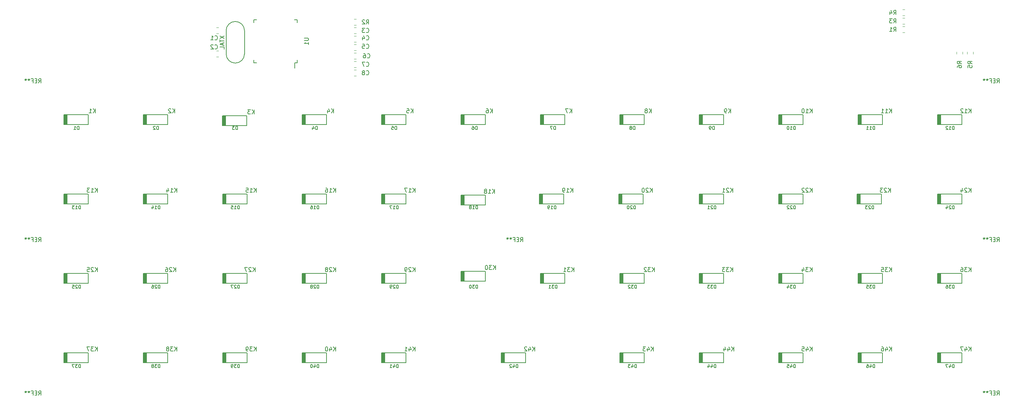
<source format=gbr>
G04 #@! TF.GenerationSoftware,KiCad,Pcbnew,(5.1.0)-1*
G04 #@! TF.CreationDate,2020-09-20T16:15:50-04:00*
G04 #@! TF.ProjectId,keyboard,6b657962-6f61-4726-942e-6b696361645f,rev?*
G04 #@! TF.SameCoordinates,Original*
G04 #@! TF.FileFunction,Legend,Bot*
G04 #@! TF.FilePolarity,Positive*
%FSLAX46Y46*%
G04 Gerber Fmt 4.6, Leading zero omitted, Abs format (unit mm)*
G04 Created by KiCad (PCBNEW (5.1.0)-1) date 2020-09-20 16:15:50*
%MOMM*%
%LPD*%
G04 APERTURE LIST*
%ADD10C,0.150000*%
%ADD11C,0.120000*%
%ADD12C,0.200000*%
G04 APERTURE END LIST*
D10*
X82645000Y-48355000D02*
X82070000Y-48355000D01*
X82645000Y-38005000D02*
X81970000Y-38005000D01*
X72295000Y-38005000D02*
X72970000Y-38005000D01*
X72295000Y-48355000D02*
X72970000Y-48355000D01*
X82645000Y-48355000D02*
X82645000Y-47680000D01*
X72295000Y-48355000D02*
X72295000Y-47680000D01*
X72295000Y-38005000D02*
X72295000Y-38680000D01*
X82645000Y-38005000D02*
X82645000Y-38680000D01*
X82070000Y-48355000D02*
X82070000Y-49630000D01*
D11*
X96261422Y-39930000D02*
X96778578Y-39930000D01*
X96261422Y-41350000D02*
X96778578Y-41350000D01*
X63758578Y-41350000D02*
X63241422Y-41350000D01*
X63758578Y-39930000D02*
X63241422Y-39930000D01*
X63758578Y-45518000D02*
X63241422Y-45518000D01*
X63758578Y-46938000D02*
X63241422Y-46938000D01*
X96261422Y-43382000D02*
X96778578Y-43382000D01*
X96261422Y-41962000D02*
X96778578Y-41962000D01*
X96261422Y-43994000D02*
X96778578Y-43994000D01*
X96261422Y-45414000D02*
X96778578Y-45414000D01*
X96261422Y-47446000D02*
X96778578Y-47446000D01*
X96261422Y-46026000D02*
X96778578Y-46026000D01*
X96261422Y-48058000D02*
X96778578Y-48058000D01*
X96261422Y-49478000D02*
X96778578Y-49478000D01*
X96778578Y-50090000D02*
X96261422Y-50090000D01*
X96778578Y-51510000D02*
X96261422Y-51510000D01*
D12*
X27443000Y-63176000D02*
X27443000Y-60776000D01*
X27268000Y-63176000D02*
X27268000Y-60776000D01*
X27093000Y-63176000D02*
X27093000Y-60776000D01*
X26693000Y-60776000D02*
X26693000Y-63176000D01*
X26918000Y-63176000D02*
X26918000Y-60776000D01*
X26793000Y-63176000D02*
X26793000Y-60776000D01*
X26718000Y-63176000D02*
X32518000Y-63176000D01*
X32518000Y-63176000D02*
X32518000Y-60776000D01*
X32518000Y-60776000D02*
X26718000Y-60776000D01*
X51568000Y-60776000D02*
X45768000Y-60776000D01*
X51568000Y-63176000D02*
X51568000Y-60776000D01*
X45768000Y-63176000D02*
X51568000Y-63176000D01*
X45843000Y-63176000D02*
X45843000Y-60776000D01*
X45968000Y-63176000D02*
X45968000Y-60776000D01*
X45743000Y-60776000D02*
X45743000Y-63176000D01*
X46143000Y-63176000D02*
X46143000Y-60776000D01*
X46318000Y-63176000D02*
X46318000Y-60776000D01*
X46493000Y-63176000D02*
X46493000Y-60776000D01*
X65492000Y-63430000D02*
X65492000Y-61030000D01*
X65317000Y-63430000D02*
X65317000Y-61030000D01*
X65142000Y-63430000D02*
X65142000Y-61030000D01*
X64742000Y-61030000D02*
X64742000Y-63430000D01*
X64967000Y-63430000D02*
X64967000Y-61030000D01*
X64842000Y-63430000D02*
X64842000Y-61030000D01*
X64767000Y-63430000D02*
X70567000Y-63430000D01*
X70567000Y-63430000D02*
X70567000Y-61030000D01*
X70567000Y-61030000D02*
X64767000Y-61030000D01*
X89668000Y-60776000D02*
X83868000Y-60776000D01*
X89668000Y-63176000D02*
X89668000Y-60776000D01*
X83868000Y-63176000D02*
X89668000Y-63176000D01*
X83943000Y-63176000D02*
X83943000Y-60776000D01*
X84068000Y-63176000D02*
X84068000Y-60776000D01*
X83843000Y-60776000D02*
X83843000Y-63176000D01*
X84243000Y-63176000D02*
X84243000Y-60776000D01*
X84418000Y-63176000D02*
X84418000Y-60776000D01*
X84593000Y-63176000D02*
X84593000Y-60776000D01*
X108718000Y-60776000D02*
X102918000Y-60776000D01*
X108718000Y-63176000D02*
X108718000Y-60776000D01*
X102918000Y-63176000D02*
X108718000Y-63176000D01*
X102993000Y-63176000D02*
X102993000Y-60776000D01*
X103118000Y-63176000D02*
X103118000Y-60776000D01*
X102893000Y-60776000D02*
X102893000Y-63176000D01*
X103293000Y-63176000D02*
X103293000Y-60776000D01*
X103468000Y-63176000D02*
X103468000Y-60776000D01*
X103643000Y-63176000D02*
X103643000Y-60776000D01*
X122693000Y-63176000D02*
X122693000Y-60776000D01*
X122518000Y-63176000D02*
X122518000Y-60776000D01*
X122343000Y-63176000D02*
X122343000Y-60776000D01*
X121943000Y-60776000D02*
X121943000Y-63176000D01*
X122168000Y-63176000D02*
X122168000Y-60776000D01*
X122043000Y-63176000D02*
X122043000Y-60776000D01*
X121968000Y-63176000D02*
X127768000Y-63176000D01*
X127768000Y-63176000D02*
X127768000Y-60776000D01*
X127768000Y-60776000D02*
X121968000Y-60776000D01*
X141743000Y-63176000D02*
X141743000Y-60776000D01*
X141568000Y-63176000D02*
X141568000Y-60776000D01*
X141393000Y-63176000D02*
X141393000Y-60776000D01*
X140993000Y-60776000D02*
X140993000Y-63176000D01*
X141218000Y-63176000D02*
X141218000Y-60776000D01*
X141093000Y-63176000D02*
X141093000Y-60776000D01*
X141018000Y-63176000D02*
X146818000Y-63176000D01*
X146818000Y-63176000D02*
X146818000Y-60776000D01*
X146818000Y-60776000D02*
X141018000Y-60776000D01*
X160793000Y-63176000D02*
X160793000Y-60776000D01*
X160618000Y-63176000D02*
X160618000Y-60776000D01*
X160443000Y-63176000D02*
X160443000Y-60776000D01*
X160043000Y-60776000D02*
X160043000Y-63176000D01*
X160268000Y-63176000D02*
X160268000Y-60776000D01*
X160143000Y-63176000D02*
X160143000Y-60776000D01*
X160068000Y-63176000D02*
X165868000Y-63176000D01*
X165868000Y-63176000D02*
X165868000Y-60776000D01*
X165868000Y-60776000D02*
X160068000Y-60776000D01*
X179843000Y-63176000D02*
X179843000Y-60776000D01*
X179668000Y-63176000D02*
X179668000Y-60776000D01*
X179493000Y-63176000D02*
X179493000Y-60776000D01*
X179093000Y-60776000D02*
X179093000Y-63176000D01*
X179318000Y-63176000D02*
X179318000Y-60776000D01*
X179193000Y-63176000D02*
X179193000Y-60776000D01*
X179118000Y-63176000D02*
X184918000Y-63176000D01*
X184918000Y-63176000D02*
X184918000Y-60776000D01*
X184918000Y-60776000D02*
X179118000Y-60776000D01*
X203968000Y-60776000D02*
X198168000Y-60776000D01*
X203968000Y-63176000D02*
X203968000Y-60776000D01*
X198168000Y-63176000D02*
X203968000Y-63176000D01*
X198243000Y-63176000D02*
X198243000Y-60776000D01*
X198368000Y-63176000D02*
X198368000Y-60776000D01*
X198143000Y-60776000D02*
X198143000Y-63176000D01*
X198543000Y-63176000D02*
X198543000Y-60776000D01*
X198718000Y-63176000D02*
X198718000Y-60776000D01*
X198893000Y-63176000D02*
X198893000Y-60776000D01*
X217943000Y-63176000D02*
X217943000Y-60776000D01*
X217768000Y-63176000D02*
X217768000Y-60776000D01*
X217593000Y-63176000D02*
X217593000Y-60776000D01*
X217193000Y-60776000D02*
X217193000Y-63176000D01*
X217418000Y-63176000D02*
X217418000Y-60776000D01*
X217293000Y-63176000D02*
X217293000Y-60776000D01*
X217218000Y-63176000D02*
X223018000Y-63176000D01*
X223018000Y-63176000D02*
X223018000Y-60776000D01*
X223018000Y-60776000D02*
X217218000Y-60776000D01*
X242068000Y-60776000D02*
X236268000Y-60776000D01*
X242068000Y-63176000D02*
X242068000Y-60776000D01*
X236268000Y-63176000D02*
X242068000Y-63176000D01*
X236343000Y-63176000D02*
X236343000Y-60776000D01*
X236468000Y-63176000D02*
X236468000Y-60776000D01*
X236243000Y-60776000D02*
X236243000Y-63176000D01*
X236643000Y-63176000D02*
X236643000Y-60776000D01*
X236818000Y-63176000D02*
X236818000Y-60776000D01*
X236993000Y-63176000D02*
X236993000Y-60776000D01*
X32518000Y-79826000D02*
X26718000Y-79826000D01*
X32518000Y-82226000D02*
X32518000Y-79826000D01*
X26718000Y-82226000D02*
X32518000Y-82226000D01*
X26793000Y-82226000D02*
X26793000Y-79826000D01*
X26918000Y-82226000D02*
X26918000Y-79826000D01*
X26693000Y-79826000D02*
X26693000Y-82226000D01*
X27093000Y-82226000D02*
X27093000Y-79826000D01*
X27268000Y-82226000D02*
X27268000Y-79826000D01*
X27443000Y-82226000D02*
X27443000Y-79826000D01*
X46493000Y-82226000D02*
X46493000Y-79826000D01*
X46318000Y-82226000D02*
X46318000Y-79826000D01*
X46143000Y-82226000D02*
X46143000Y-79826000D01*
X45743000Y-79826000D02*
X45743000Y-82226000D01*
X45968000Y-82226000D02*
X45968000Y-79826000D01*
X45843000Y-82226000D02*
X45843000Y-79826000D01*
X45768000Y-82226000D02*
X51568000Y-82226000D01*
X51568000Y-82226000D02*
X51568000Y-79826000D01*
X51568000Y-79826000D02*
X45768000Y-79826000D01*
X65543000Y-82226000D02*
X65543000Y-79826000D01*
X65368000Y-82226000D02*
X65368000Y-79826000D01*
X65193000Y-82226000D02*
X65193000Y-79826000D01*
X64793000Y-79826000D02*
X64793000Y-82226000D01*
X65018000Y-82226000D02*
X65018000Y-79826000D01*
X64893000Y-82226000D02*
X64893000Y-79826000D01*
X64818000Y-82226000D02*
X70618000Y-82226000D01*
X70618000Y-82226000D02*
X70618000Y-79826000D01*
X70618000Y-79826000D02*
X64818000Y-79826000D01*
X84593000Y-82226000D02*
X84593000Y-79826000D01*
X84418000Y-82226000D02*
X84418000Y-79826000D01*
X84243000Y-82226000D02*
X84243000Y-79826000D01*
X83843000Y-79826000D02*
X83843000Y-82226000D01*
X84068000Y-82226000D02*
X84068000Y-79826000D01*
X83943000Y-82226000D02*
X83943000Y-79826000D01*
X83868000Y-82226000D02*
X89668000Y-82226000D01*
X89668000Y-82226000D02*
X89668000Y-79826000D01*
X89668000Y-79826000D02*
X83868000Y-79826000D01*
X103643000Y-82226000D02*
X103643000Y-79826000D01*
X103468000Y-82226000D02*
X103468000Y-79826000D01*
X103293000Y-82226000D02*
X103293000Y-79826000D01*
X102893000Y-79826000D02*
X102893000Y-82226000D01*
X103118000Y-82226000D02*
X103118000Y-79826000D01*
X102993000Y-82226000D02*
X102993000Y-79826000D01*
X102918000Y-82226000D02*
X108718000Y-82226000D01*
X108718000Y-82226000D02*
X108718000Y-79826000D01*
X108718000Y-79826000D02*
X102918000Y-79826000D01*
X127768000Y-80080000D02*
X121968000Y-80080000D01*
X127768000Y-82480000D02*
X127768000Y-80080000D01*
X121968000Y-82480000D02*
X127768000Y-82480000D01*
X122043000Y-82480000D02*
X122043000Y-80080000D01*
X122168000Y-82480000D02*
X122168000Y-80080000D01*
X121943000Y-80080000D02*
X121943000Y-82480000D01*
X122343000Y-82480000D02*
X122343000Y-80080000D01*
X122518000Y-82480000D02*
X122518000Y-80080000D01*
X122693000Y-82480000D02*
X122693000Y-80080000D01*
X141489000Y-82226000D02*
X141489000Y-79826000D01*
X141314000Y-82226000D02*
X141314000Y-79826000D01*
X141139000Y-82226000D02*
X141139000Y-79826000D01*
X140739000Y-79826000D02*
X140739000Y-82226000D01*
X140964000Y-82226000D02*
X140964000Y-79826000D01*
X140839000Y-82226000D02*
X140839000Y-79826000D01*
X140764000Y-82226000D02*
X146564000Y-82226000D01*
X146564000Y-82226000D02*
X146564000Y-79826000D01*
X146564000Y-79826000D02*
X140764000Y-79826000D01*
X165614000Y-79826000D02*
X159814000Y-79826000D01*
X165614000Y-82226000D02*
X165614000Y-79826000D01*
X159814000Y-82226000D02*
X165614000Y-82226000D01*
X159889000Y-82226000D02*
X159889000Y-79826000D01*
X160014000Y-82226000D02*
X160014000Y-79826000D01*
X159789000Y-79826000D02*
X159789000Y-82226000D01*
X160189000Y-82226000D02*
X160189000Y-79826000D01*
X160364000Y-82226000D02*
X160364000Y-79826000D01*
X160539000Y-82226000D02*
X160539000Y-79826000D01*
X184918000Y-79826000D02*
X179118000Y-79826000D01*
X184918000Y-82226000D02*
X184918000Y-79826000D01*
X179118000Y-82226000D02*
X184918000Y-82226000D01*
X179193000Y-82226000D02*
X179193000Y-79826000D01*
X179318000Y-82226000D02*
X179318000Y-79826000D01*
X179093000Y-79826000D02*
X179093000Y-82226000D01*
X179493000Y-82226000D02*
X179493000Y-79826000D01*
X179668000Y-82226000D02*
X179668000Y-79826000D01*
X179843000Y-82226000D02*
X179843000Y-79826000D01*
X198893000Y-82226000D02*
X198893000Y-79826000D01*
X198718000Y-82226000D02*
X198718000Y-79826000D01*
X198543000Y-82226000D02*
X198543000Y-79826000D01*
X198143000Y-79826000D02*
X198143000Y-82226000D01*
X198368000Y-82226000D02*
X198368000Y-79826000D01*
X198243000Y-82226000D02*
X198243000Y-79826000D01*
X198168000Y-82226000D02*
X203968000Y-82226000D01*
X203968000Y-82226000D02*
X203968000Y-79826000D01*
X203968000Y-79826000D02*
X198168000Y-79826000D01*
X222764000Y-79826000D02*
X216964000Y-79826000D01*
X222764000Y-82226000D02*
X222764000Y-79826000D01*
X216964000Y-82226000D02*
X222764000Y-82226000D01*
X217039000Y-82226000D02*
X217039000Y-79826000D01*
X217164000Y-82226000D02*
X217164000Y-79826000D01*
X216939000Y-79826000D02*
X216939000Y-82226000D01*
X217339000Y-82226000D02*
X217339000Y-79826000D01*
X217514000Y-82226000D02*
X217514000Y-79826000D01*
X217689000Y-82226000D02*
X217689000Y-79826000D01*
X242068000Y-79826000D02*
X236268000Y-79826000D01*
X242068000Y-82226000D02*
X242068000Y-79826000D01*
X236268000Y-82226000D02*
X242068000Y-82226000D01*
X236343000Y-82226000D02*
X236343000Y-79826000D01*
X236468000Y-82226000D02*
X236468000Y-79826000D01*
X236243000Y-79826000D02*
X236243000Y-82226000D01*
X236643000Y-82226000D02*
X236643000Y-79826000D01*
X236818000Y-82226000D02*
X236818000Y-79826000D01*
X236993000Y-82226000D02*
X236993000Y-79826000D01*
X32518000Y-98876000D02*
X26718000Y-98876000D01*
X32518000Y-101276000D02*
X32518000Y-98876000D01*
X26718000Y-101276000D02*
X32518000Y-101276000D01*
X26793000Y-101276000D02*
X26793000Y-98876000D01*
X26918000Y-101276000D02*
X26918000Y-98876000D01*
X26693000Y-98876000D02*
X26693000Y-101276000D01*
X27093000Y-101276000D02*
X27093000Y-98876000D01*
X27268000Y-101276000D02*
X27268000Y-98876000D01*
X27443000Y-101276000D02*
X27443000Y-98876000D01*
X46493000Y-101276000D02*
X46493000Y-98876000D01*
X46318000Y-101276000D02*
X46318000Y-98876000D01*
X46143000Y-101276000D02*
X46143000Y-98876000D01*
X45743000Y-98876000D02*
X45743000Y-101276000D01*
X45968000Y-101276000D02*
X45968000Y-98876000D01*
X45843000Y-101276000D02*
X45843000Y-98876000D01*
X45768000Y-101276000D02*
X51568000Y-101276000D01*
X51568000Y-101276000D02*
X51568000Y-98876000D01*
X51568000Y-98876000D02*
X45768000Y-98876000D01*
X65543000Y-101276000D02*
X65543000Y-98876000D01*
X65368000Y-101276000D02*
X65368000Y-98876000D01*
X65193000Y-101276000D02*
X65193000Y-98876000D01*
X64793000Y-98876000D02*
X64793000Y-101276000D01*
X65018000Y-101276000D02*
X65018000Y-98876000D01*
X64893000Y-101276000D02*
X64893000Y-98876000D01*
X64818000Y-101276000D02*
X70618000Y-101276000D01*
X70618000Y-101276000D02*
X70618000Y-98876000D01*
X70618000Y-98876000D02*
X64818000Y-98876000D01*
X84593000Y-101276000D02*
X84593000Y-98876000D01*
X84418000Y-101276000D02*
X84418000Y-98876000D01*
X84243000Y-101276000D02*
X84243000Y-98876000D01*
X83843000Y-98876000D02*
X83843000Y-101276000D01*
X84068000Y-101276000D02*
X84068000Y-98876000D01*
X83943000Y-101276000D02*
X83943000Y-98876000D01*
X83868000Y-101276000D02*
X89668000Y-101276000D01*
X89668000Y-101276000D02*
X89668000Y-98876000D01*
X89668000Y-98876000D02*
X83868000Y-98876000D01*
X108718000Y-98876000D02*
X102918000Y-98876000D01*
X108718000Y-101276000D02*
X108718000Y-98876000D01*
X102918000Y-101276000D02*
X108718000Y-101276000D01*
X102993000Y-101276000D02*
X102993000Y-98876000D01*
X103118000Y-101276000D02*
X103118000Y-98876000D01*
X102893000Y-98876000D02*
X102893000Y-101276000D01*
X103293000Y-101276000D02*
X103293000Y-98876000D01*
X103468000Y-101276000D02*
X103468000Y-98876000D01*
X103643000Y-101276000D02*
X103643000Y-98876000D01*
X122693000Y-100768000D02*
X122693000Y-98368000D01*
X122518000Y-100768000D02*
X122518000Y-98368000D01*
X122343000Y-100768000D02*
X122343000Y-98368000D01*
X121943000Y-98368000D02*
X121943000Y-100768000D01*
X122168000Y-100768000D02*
X122168000Y-98368000D01*
X122043000Y-100768000D02*
X122043000Y-98368000D01*
X121968000Y-100768000D02*
X127768000Y-100768000D01*
X127768000Y-100768000D02*
X127768000Y-98368000D01*
X127768000Y-98368000D02*
X121968000Y-98368000D01*
X141743000Y-101276000D02*
X141743000Y-98876000D01*
X141568000Y-101276000D02*
X141568000Y-98876000D01*
X141393000Y-101276000D02*
X141393000Y-98876000D01*
X140993000Y-98876000D02*
X140993000Y-101276000D01*
X141218000Y-101276000D02*
X141218000Y-98876000D01*
X141093000Y-101276000D02*
X141093000Y-98876000D01*
X141018000Y-101276000D02*
X146818000Y-101276000D01*
X146818000Y-101276000D02*
X146818000Y-98876000D01*
X146818000Y-98876000D02*
X141018000Y-98876000D01*
X165868000Y-98876000D02*
X160068000Y-98876000D01*
X165868000Y-101276000D02*
X165868000Y-98876000D01*
X160068000Y-101276000D02*
X165868000Y-101276000D01*
X160143000Y-101276000D02*
X160143000Y-98876000D01*
X160268000Y-101276000D02*
X160268000Y-98876000D01*
X160043000Y-98876000D02*
X160043000Y-101276000D01*
X160443000Y-101276000D02*
X160443000Y-98876000D01*
X160618000Y-101276000D02*
X160618000Y-98876000D01*
X160793000Y-101276000D02*
X160793000Y-98876000D01*
X184918000Y-98876000D02*
X179118000Y-98876000D01*
X184918000Y-101276000D02*
X184918000Y-98876000D01*
X179118000Y-101276000D02*
X184918000Y-101276000D01*
X179193000Y-101276000D02*
X179193000Y-98876000D01*
X179318000Y-101276000D02*
X179318000Y-98876000D01*
X179093000Y-98876000D02*
X179093000Y-101276000D01*
X179493000Y-101276000D02*
X179493000Y-98876000D01*
X179668000Y-101276000D02*
X179668000Y-98876000D01*
X179843000Y-101276000D02*
X179843000Y-98876000D01*
X203968000Y-98876000D02*
X198168000Y-98876000D01*
X203968000Y-101276000D02*
X203968000Y-98876000D01*
X198168000Y-101276000D02*
X203968000Y-101276000D01*
X198243000Y-101276000D02*
X198243000Y-98876000D01*
X198368000Y-101276000D02*
X198368000Y-98876000D01*
X198143000Y-98876000D02*
X198143000Y-101276000D01*
X198543000Y-101276000D02*
X198543000Y-98876000D01*
X198718000Y-101276000D02*
X198718000Y-98876000D01*
X198893000Y-101276000D02*
X198893000Y-98876000D01*
X217943000Y-101276000D02*
X217943000Y-98876000D01*
X217768000Y-101276000D02*
X217768000Y-98876000D01*
X217593000Y-101276000D02*
X217593000Y-98876000D01*
X217193000Y-98876000D02*
X217193000Y-101276000D01*
X217418000Y-101276000D02*
X217418000Y-98876000D01*
X217293000Y-101276000D02*
X217293000Y-98876000D01*
X217218000Y-101276000D02*
X223018000Y-101276000D01*
X223018000Y-101276000D02*
X223018000Y-98876000D01*
X223018000Y-98876000D02*
X217218000Y-98876000D01*
X242068000Y-98876000D02*
X236268000Y-98876000D01*
X242068000Y-101276000D02*
X242068000Y-98876000D01*
X236268000Y-101276000D02*
X242068000Y-101276000D01*
X236343000Y-101276000D02*
X236343000Y-98876000D01*
X236468000Y-101276000D02*
X236468000Y-98876000D01*
X236243000Y-98876000D02*
X236243000Y-101276000D01*
X236643000Y-101276000D02*
X236643000Y-98876000D01*
X236818000Y-101276000D02*
X236818000Y-98876000D01*
X236993000Y-101276000D02*
X236993000Y-98876000D01*
X32518000Y-117926000D02*
X26718000Y-117926000D01*
X32518000Y-120326000D02*
X32518000Y-117926000D01*
X26718000Y-120326000D02*
X32518000Y-120326000D01*
X26793000Y-120326000D02*
X26793000Y-117926000D01*
X26918000Y-120326000D02*
X26918000Y-117926000D01*
X26693000Y-117926000D02*
X26693000Y-120326000D01*
X27093000Y-120326000D02*
X27093000Y-117926000D01*
X27268000Y-120326000D02*
X27268000Y-117926000D01*
X27443000Y-120326000D02*
X27443000Y-117926000D01*
X46493000Y-120326000D02*
X46493000Y-117926000D01*
X46318000Y-120326000D02*
X46318000Y-117926000D01*
X46143000Y-120326000D02*
X46143000Y-117926000D01*
X45743000Y-117926000D02*
X45743000Y-120326000D01*
X45968000Y-120326000D02*
X45968000Y-117926000D01*
X45843000Y-120326000D02*
X45843000Y-117926000D01*
X45768000Y-120326000D02*
X51568000Y-120326000D01*
X51568000Y-120326000D02*
X51568000Y-117926000D01*
X51568000Y-117926000D02*
X45768000Y-117926000D01*
X70618000Y-117926000D02*
X64818000Y-117926000D01*
X70618000Y-120326000D02*
X70618000Y-117926000D01*
X64818000Y-120326000D02*
X70618000Y-120326000D01*
X64893000Y-120326000D02*
X64893000Y-117926000D01*
X65018000Y-120326000D02*
X65018000Y-117926000D01*
X64793000Y-117926000D02*
X64793000Y-120326000D01*
X65193000Y-120326000D02*
X65193000Y-117926000D01*
X65368000Y-120326000D02*
X65368000Y-117926000D01*
X65543000Y-120326000D02*
X65543000Y-117926000D01*
X84593000Y-120326000D02*
X84593000Y-117926000D01*
X84418000Y-120326000D02*
X84418000Y-117926000D01*
X84243000Y-120326000D02*
X84243000Y-117926000D01*
X83843000Y-117926000D02*
X83843000Y-120326000D01*
X84068000Y-120326000D02*
X84068000Y-117926000D01*
X83943000Y-120326000D02*
X83943000Y-117926000D01*
X83868000Y-120326000D02*
X89668000Y-120326000D01*
X89668000Y-120326000D02*
X89668000Y-117926000D01*
X89668000Y-117926000D02*
X83868000Y-117926000D01*
X108718000Y-117926000D02*
X102918000Y-117926000D01*
X108718000Y-120326000D02*
X108718000Y-117926000D01*
X102918000Y-120326000D02*
X108718000Y-120326000D01*
X102993000Y-120326000D02*
X102993000Y-117926000D01*
X103118000Y-120326000D02*
X103118000Y-117926000D01*
X102893000Y-117926000D02*
X102893000Y-120326000D01*
X103293000Y-120326000D02*
X103293000Y-117926000D01*
X103468000Y-120326000D02*
X103468000Y-117926000D01*
X103643000Y-120326000D02*
X103643000Y-117926000D01*
X137420000Y-117926000D02*
X131620000Y-117926000D01*
X137420000Y-120326000D02*
X137420000Y-117926000D01*
X131620000Y-120326000D02*
X137420000Y-120326000D01*
X131695000Y-120326000D02*
X131695000Y-117926000D01*
X131820000Y-120326000D02*
X131820000Y-117926000D01*
X131595000Y-117926000D02*
X131595000Y-120326000D01*
X131995000Y-120326000D02*
X131995000Y-117926000D01*
X132170000Y-120326000D02*
X132170000Y-117926000D01*
X132345000Y-120326000D02*
X132345000Y-117926000D01*
X165868000Y-117926000D02*
X160068000Y-117926000D01*
X165868000Y-120326000D02*
X165868000Y-117926000D01*
X160068000Y-120326000D02*
X165868000Y-120326000D01*
X160143000Y-120326000D02*
X160143000Y-117926000D01*
X160268000Y-120326000D02*
X160268000Y-117926000D01*
X160043000Y-117926000D02*
X160043000Y-120326000D01*
X160443000Y-120326000D02*
X160443000Y-117926000D01*
X160618000Y-120326000D02*
X160618000Y-117926000D01*
X160793000Y-120326000D02*
X160793000Y-117926000D01*
X179843000Y-120326000D02*
X179843000Y-117926000D01*
X179668000Y-120326000D02*
X179668000Y-117926000D01*
X179493000Y-120326000D02*
X179493000Y-117926000D01*
X179093000Y-117926000D02*
X179093000Y-120326000D01*
X179318000Y-120326000D02*
X179318000Y-117926000D01*
X179193000Y-120326000D02*
X179193000Y-117926000D01*
X179118000Y-120326000D02*
X184918000Y-120326000D01*
X184918000Y-120326000D02*
X184918000Y-117926000D01*
X184918000Y-117926000D02*
X179118000Y-117926000D01*
X198893000Y-120326000D02*
X198893000Y-117926000D01*
X198718000Y-120326000D02*
X198718000Y-117926000D01*
X198543000Y-120326000D02*
X198543000Y-117926000D01*
X198143000Y-117926000D02*
X198143000Y-120326000D01*
X198368000Y-120326000D02*
X198368000Y-117926000D01*
X198243000Y-120326000D02*
X198243000Y-117926000D01*
X198168000Y-120326000D02*
X203968000Y-120326000D01*
X203968000Y-120326000D02*
X203968000Y-117926000D01*
X203968000Y-117926000D02*
X198168000Y-117926000D01*
X223018000Y-117926000D02*
X217218000Y-117926000D01*
X223018000Y-120326000D02*
X223018000Y-117926000D01*
X217218000Y-120326000D02*
X223018000Y-120326000D01*
X217293000Y-120326000D02*
X217293000Y-117926000D01*
X217418000Y-120326000D02*
X217418000Y-117926000D01*
X217193000Y-117926000D02*
X217193000Y-120326000D01*
X217593000Y-120326000D02*
X217593000Y-117926000D01*
X217768000Y-120326000D02*
X217768000Y-117926000D01*
X217943000Y-120326000D02*
X217943000Y-117926000D01*
X236993000Y-120326000D02*
X236993000Y-117926000D01*
X236818000Y-120326000D02*
X236818000Y-117926000D01*
X236643000Y-120326000D02*
X236643000Y-117926000D01*
X236243000Y-117926000D02*
X236243000Y-120326000D01*
X236468000Y-120326000D02*
X236468000Y-117926000D01*
X236343000Y-120326000D02*
X236343000Y-117926000D01*
X236268000Y-120326000D02*
X242068000Y-120326000D01*
X242068000Y-120326000D02*
X242068000Y-117926000D01*
X242068000Y-117926000D02*
X236268000Y-117926000D01*
D11*
X227833422Y-39676000D02*
X228350578Y-39676000D01*
X227833422Y-41096000D02*
X228350578Y-41096000D01*
X96778578Y-37898000D02*
X96261422Y-37898000D01*
X96778578Y-39318000D02*
X96261422Y-39318000D01*
X227833422Y-37644000D02*
X228350578Y-37644000D01*
X227833422Y-39064000D02*
X228350578Y-39064000D01*
X227833422Y-37032000D02*
X228350578Y-37032000D01*
X227833422Y-35612000D02*
X228350578Y-35612000D01*
D10*
X70018000Y-40634000D02*
X70018000Y-46234000D01*
X65618000Y-46234000D02*
X65618000Y-40634000D01*
X67818000Y-48434000D02*
G75*
G02X65618000Y-46234000I0J2200000D01*
G01*
X70018000Y-46234000D02*
G75*
G02X67818000Y-48434000I-2200000J0D01*
G01*
X67818000Y-38434000D02*
G75*
G02X70018000Y-40634000I0J-2200000D01*
G01*
X65618000Y-40634000D02*
G75*
G02X67818000Y-38434000I2200000J0D01*
G01*
D11*
X244804000Y-46232578D02*
X244804000Y-45715422D01*
X243384000Y-46232578D02*
X243384000Y-45715422D01*
X240844000Y-46232578D02*
X240844000Y-45715422D01*
X242264000Y-46232578D02*
X242264000Y-45715422D01*
D10*
X84372380Y-42418095D02*
X85181904Y-42418095D01*
X85277142Y-42465714D01*
X85324761Y-42513333D01*
X85372380Y-42608571D01*
X85372380Y-42799047D01*
X85324761Y-42894285D01*
X85277142Y-42941904D01*
X85181904Y-42989523D01*
X84372380Y-42989523D01*
X85372380Y-43989523D02*
X85372380Y-43418095D01*
X85372380Y-43703809D02*
X84372380Y-43703809D01*
X84515238Y-43608571D01*
X84610476Y-43513333D01*
X84658095Y-43418095D01*
X99226666Y-40997142D02*
X99274285Y-41044761D01*
X99417142Y-41092380D01*
X99512380Y-41092380D01*
X99655238Y-41044761D01*
X99750476Y-40949523D01*
X99798095Y-40854285D01*
X99845714Y-40663809D01*
X99845714Y-40520952D01*
X99798095Y-40330476D01*
X99750476Y-40235238D01*
X99655238Y-40140000D01*
X99512380Y-40092380D01*
X99417142Y-40092380D01*
X99274285Y-40140000D01*
X99226666Y-40187619D01*
X98893333Y-40092380D02*
X98274285Y-40092380D01*
X98607619Y-40473333D01*
X98464761Y-40473333D01*
X98369523Y-40520952D01*
X98321904Y-40568571D01*
X98274285Y-40663809D01*
X98274285Y-40901904D01*
X98321904Y-40997142D01*
X98369523Y-41044761D01*
X98464761Y-41092380D01*
X98750476Y-41092380D01*
X98845714Y-41044761D01*
X98893333Y-40997142D01*
X136207333Y-91266380D02*
X136540666Y-90790190D01*
X136778761Y-91266380D02*
X136778761Y-90266380D01*
X136397809Y-90266380D01*
X136302571Y-90314000D01*
X136254952Y-90361619D01*
X136207333Y-90456857D01*
X136207333Y-90599714D01*
X136254952Y-90694952D01*
X136302571Y-90742571D01*
X136397809Y-90790190D01*
X136778761Y-90790190D01*
X135778761Y-90742571D02*
X135445428Y-90742571D01*
X135302571Y-91266380D02*
X135778761Y-91266380D01*
X135778761Y-90266380D01*
X135302571Y-90266380D01*
X134540666Y-90742571D02*
X134874000Y-90742571D01*
X134874000Y-91266380D02*
X134874000Y-90266380D01*
X134397809Y-90266380D01*
X133874000Y-90266380D02*
X133874000Y-90504476D01*
X134112095Y-90409238D02*
X133874000Y-90504476D01*
X133635904Y-90409238D01*
X134016857Y-90694952D02*
X133874000Y-90504476D01*
X133731142Y-90694952D01*
X133112095Y-90266380D02*
X133112095Y-90504476D01*
X133350190Y-90409238D02*
X133112095Y-90504476D01*
X132874000Y-90409238D01*
X133254952Y-90694952D02*
X133112095Y-90504476D01*
X132969238Y-90694952D01*
X250507333Y-53166380D02*
X250840666Y-52690190D01*
X251078761Y-53166380D02*
X251078761Y-52166380D01*
X250697809Y-52166380D01*
X250602571Y-52214000D01*
X250554952Y-52261619D01*
X250507333Y-52356857D01*
X250507333Y-52499714D01*
X250554952Y-52594952D01*
X250602571Y-52642571D01*
X250697809Y-52690190D01*
X251078761Y-52690190D01*
X250078761Y-52642571D02*
X249745428Y-52642571D01*
X249602571Y-53166380D02*
X250078761Y-53166380D01*
X250078761Y-52166380D01*
X249602571Y-52166380D01*
X248840666Y-52642571D02*
X249174000Y-52642571D01*
X249174000Y-53166380D02*
X249174000Y-52166380D01*
X248697809Y-52166380D01*
X248174000Y-52166380D02*
X248174000Y-52404476D01*
X248412095Y-52309238D02*
X248174000Y-52404476D01*
X247935904Y-52309238D01*
X248316857Y-52594952D02*
X248174000Y-52404476D01*
X248031142Y-52594952D01*
X247412095Y-52166380D02*
X247412095Y-52404476D01*
X247650190Y-52309238D02*
X247412095Y-52404476D01*
X247174000Y-52309238D01*
X247554952Y-52594952D02*
X247412095Y-52404476D01*
X247269238Y-52594952D01*
X20637333Y-53166380D02*
X20970666Y-52690190D01*
X21208761Y-53166380D02*
X21208761Y-52166380D01*
X20827809Y-52166380D01*
X20732571Y-52214000D01*
X20684952Y-52261619D01*
X20637333Y-52356857D01*
X20637333Y-52499714D01*
X20684952Y-52594952D01*
X20732571Y-52642571D01*
X20827809Y-52690190D01*
X21208761Y-52690190D01*
X20208761Y-52642571D02*
X19875428Y-52642571D01*
X19732571Y-53166380D02*
X20208761Y-53166380D01*
X20208761Y-52166380D01*
X19732571Y-52166380D01*
X18970666Y-52642571D02*
X19304000Y-52642571D01*
X19304000Y-53166380D02*
X19304000Y-52166380D01*
X18827809Y-52166380D01*
X18304000Y-52166380D02*
X18304000Y-52404476D01*
X18542095Y-52309238D02*
X18304000Y-52404476D01*
X18065904Y-52309238D01*
X18446857Y-52594952D02*
X18304000Y-52404476D01*
X18161142Y-52594952D01*
X17542095Y-52166380D02*
X17542095Y-52404476D01*
X17780190Y-52309238D02*
X17542095Y-52404476D01*
X17304000Y-52309238D01*
X17684952Y-52594952D02*
X17542095Y-52404476D01*
X17399238Y-52594952D01*
X250507333Y-91266380D02*
X250840666Y-90790190D01*
X251078761Y-91266380D02*
X251078761Y-90266380D01*
X250697809Y-90266380D01*
X250602571Y-90314000D01*
X250554952Y-90361619D01*
X250507333Y-90456857D01*
X250507333Y-90599714D01*
X250554952Y-90694952D01*
X250602571Y-90742571D01*
X250697809Y-90790190D01*
X251078761Y-90790190D01*
X250078761Y-90742571D02*
X249745428Y-90742571D01*
X249602571Y-91266380D02*
X250078761Y-91266380D01*
X250078761Y-90266380D01*
X249602571Y-90266380D01*
X248840666Y-90742571D02*
X249174000Y-90742571D01*
X249174000Y-91266380D02*
X249174000Y-90266380D01*
X248697809Y-90266380D01*
X248174000Y-90266380D02*
X248174000Y-90504476D01*
X248412095Y-90409238D02*
X248174000Y-90504476D01*
X247935904Y-90409238D01*
X248316857Y-90694952D02*
X248174000Y-90504476D01*
X248031142Y-90694952D01*
X247412095Y-90266380D02*
X247412095Y-90504476D01*
X247650190Y-90409238D02*
X247412095Y-90504476D01*
X247174000Y-90409238D01*
X247554952Y-90694952D02*
X247412095Y-90504476D01*
X247269238Y-90694952D01*
X20637333Y-91266380D02*
X20970666Y-90790190D01*
X21208761Y-91266380D02*
X21208761Y-90266380D01*
X20827809Y-90266380D01*
X20732571Y-90314000D01*
X20684952Y-90361619D01*
X20637333Y-90456857D01*
X20637333Y-90599714D01*
X20684952Y-90694952D01*
X20732571Y-90742571D01*
X20827809Y-90790190D01*
X21208761Y-90790190D01*
X20208761Y-90742571D02*
X19875428Y-90742571D01*
X19732571Y-91266380D02*
X20208761Y-91266380D01*
X20208761Y-90266380D01*
X19732571Y-90266380D01*
X18970666Y-90742571D02*
X19304000Y-90742571D01*
X19304000Y-91266380D02*
X19304000Y-90266380D01*
X18827809Y-90266380D01*
X18304000Y-90266380D02*
X18304000Y-90504476D01*
X18542095Y-90409238D02*
X18304000Y-90504476D01*
X18065904Y-90409238D01*
X18446857Y-90694952D02*
X18304000Y-90504476D01*
X18161142Y-90694952D01*
X17542095Y-90266380D02*
X17542095Y-90504476D01*
X17780190Y-90409238D02*
X17542095Y-90504476D01*
X17304000Y-90409238D01*
X17684952Y-90694952D02*
X17542095Y-90504476D01*
X17399238Y-90694952D01*
X250507333Y-128096380D02*
X250840666Y-127620190D01*
X251078761Y-128096380D02*
X251078761Y-127096380D01*
X250697809Y-127096380D01*
X250602571Y-127144000D01*
X250554952Y-127191619D01*
X250507333Y-127286857D01*
X250507333Y-127429714D01*
X250554952Y-127524952D01*
X250602571Y-127572571D01*
X250697809Y-127620190D01*
X251078761Y-127620190D01*
X250078761Y-127572571D02*
X249745428Y-127572571D01*
X249602571Y-128096380D02*
X250078761Y-128096380D01*
X250078761Y-127096380D01*
X249602571Y-127096380D01*
X248840666Y-127572571D02*
X249174000Y-127572571D01*
X249174000Y-128096380D02*
X249174000Y-127096380D01*
X248697809Y-127096380D01*
X248174000Y-127096380D02*
X248174000Y-127334476D01*
X248412095Y-127239238D02*
X248174000Y-127334476D01*
X247935904Y-127239238D01*
X248316857Y-127524952D02*
X248174000Y-127334476D01*
X248031142Y-127524952D01*
X247412095Y-127096380D02*
X247412095Y-127334476D01*
X247650190Y-127239238D02*
X247412095Y-127334476D01*
X247174000Y-127239238D01*
X247554952Y-127524952D02*
X247412095Y-127334476D01*
X247269238Y-127524952D01*
X20637333Y-128096380D02*
X20970666Y-127620190D01*
X21208761Y-128096380D02*
X21208761Y-127096380D01*
X20827809Y-127096380D01*
X20732571Y-127144000D01*
X20684952Y-127191619D01*
X20637333Y-127286857D01*
X20637333Y-127429714D01*
X20684952Y-127524952D01*
X20732571Y-127572571D01*
X20827809Y-127620190D01*
X21208761Y-127620190D01*
X20208761Y-127572571D02*
X19875428Y-127572571D01*
X19732571Y-128096380D02*
X20208761Y-128096380D01*
X20208761Y-127096380D01*
X19732571Y-127096380D01*
X18970666Y-127572571D02*
X19304000Y-127572571D01*
X19304000Y-128096380D02*
X19304000Y-127096380D01*
X18827809Y-127096380D01*
X18304000Y-127096380D02*
X18304000Y-127334476D01*
X18542095Y-127239238D02*
X18304000Y-127334476D01*
X18065904Y-127239238D01*
X18446857Y-127524952D02*
X18304000Y-127334476D01*
X18161142Y-127524952D01*
X17542095Y-127096380D02*
X17542095Y-127334476D01*
X17780190Y-127239238D02*
X17542095Y-127334476D01*
X17304000Y-127239238D01*
X17684952Y-127524952D02*
X17542095Y-127334476D01*
X17399238Y-127524952D01*
X62904666Y-42775142D02*
X62952285Y-42822761D01*
X63095142Y-42870380D01*
X63190380Y-42870380D01*
X63333238Y-42822761D01*
X63428476Y-42727523D01*
X63476095Y-42632285D01*
X63523714Y-42441809D01*
X63523714Y-42298952D01*
X63476095Y-42108476D01*
X63428476Y-42013238D01*
X63333238Y-41918000D01*
X63190380Y-41870380D01*
X63095142Y-41870380D01*
X62952285Y-41918000D01*
X62904666Y-41965619D01*
X61952285Y-42870380D02*
X62523714Y-42870380D01*
X62238000Y-42870380D02*
X62238000Y-41870380D01*
X62333238Y-42013238D01*
X62428476Y-42108476D01*
X62523714Y-42156095D01*
X62904666Y-44935142D02*
X62952285Y-44982761D01*
X63095142Y-45030380D01*
X63190380Y-45030380D01*
X63333238Y-44982761D01*
X63428476Y-44887523D01*
X63476095Y-44792285D01*
X63523714Y-44601809D01*
X63523714Y-44458952D01*
X63476095Y-44268476D01*
X63428476Y-44173238D01*
X63333238Y-44078000D01*
X63190380Y-44030380D01*
X63095142Y-44030380D01*
X62952285Y-44078000D01*
X62904666Y-44125619D01*
X62523714Y-44125619D02*
X62476095Y-44078000D01*
X62380857Y-44030380D01*
X62142761Y-44030380D01*
X62047523Y-44078000D01*
X61999904Y-44125619D01*
X61952285Y-44220857D01*
X61952285Y-44316095D01*
X61999904Y-44458952D01*
X62571333Y-45030380D01*
X61952285Y-45030380D01*
X99226666Y-42775142D02*
X99274285Y-42822761D01*
X99417142Y-42870380D01*
X99512380Y-42870380D01*
X99655238Y-42822761D01*
X99750476Y-42727523D01*
X99798095Y-42632285D01*
X99845714Y-42441809D01*
X99845714Y-42298952D01*
X99798095Y-42108476D01*
X99750476Y-42013238D01*
X99655238Y-41918000D01*
X99512380Y-41870380D01*
X99417142Y-41870380D01*
X99274285Y-41918000D01*
X99226666Y-41965619D01*
X98369523Y-42203714D02*
X98369523Y-42870380D01*
X98607619Y-41822761D02*
X98845714Y-42537047D01*
X98226666Y-42537047D01*
X99226666Y-44807142D02*
X99274285Y-44854761D01*
X99417142Y-44902380D01*
X99512380Y-44902380D01*
X99655238Y-44854761D01*
X99750476Y-44759523D01*
X99798095Y-44664285D01*
X99845714Y-44473809D01*
X99845714Y-44330952D01*
X99798095Y-44140476D01*
X99750476Y-44045238D01*
X99655238Y-43950000D01*
X99512380Y-43902380D01*
X99417142Y-43902380D01*
X99274285Y-43950000D01*
X99226666Y-43997619D01*
X98321904Y-43902380D02*
X98798095Y-43902380D01*
X98845714Y-44378571D01*
X98798095Y-44330952D01*
X98702857Y-44283333D01*
X98464761Y-44283333D01*
X98369523Y-44330952D01*
X98321904Y-44378571D01*
X98274285Y-44473809D01*
X98274285Y-44711904D01*
X98321904Y-44807142D01*
X98369523Y-44854761D01*
X98464761Y-44902380D01*
X98702857Y-44902380D01*
X98798095Y-44854761D01*
X98845714Y-44807142D01*
X99480666Y-47093142D02*
X99528285Y-47140761D01*
X99671142Y-47188380D01*
X99766380Y-47188380D01*
X99909238Y-47140761D01*
X100004476Y-47045523D01*
X100052095Y-46950285D01*
X100099714Y-46759809D01*
X100099714Y-46616952D01*
X100052095Y-46426476D01*
X100004476Y-46331238D01*
X99909238Y-46236000D01*
X99766380Y-46188380D01*
X99671142Y-46188380D01*
X99528285Y-46236000D01*
X99480666Y-46283619D01*
X98623523Y-46188380D02*
X98814000Y-46188380D01*
X98909238Y-46236000D01*
X98956857Y-46283619D01*
X99052095Y-46426476D01*
X99099714Y-46616952D01*
X99099714Y-46997904D01*
X99052095Y-47093142D01*
X99004476Y-47140761D01*
X98909238Y-47188380D01*
X98718761Y-47188380D01*
X98623523Y-47140761D01*
X98575904Y-47093142D01*
X98528285Y-46997904D01*
X98528285Y-46759809D01*
X98575904Y-46664571D01*
X98623523Y-46616952D01*
X98718761Y-46569333D01*
X98909238Y-46569333D01*
X99004476Y-46616952D01*
X99052095Y-46664571D01*
X99099714Y-46759809D01*
X99226666Y-49125142D02*
X99274285Y-49172761D01*
X99417142Y-49220380D01*
X99512380Y-49220380D01*
X99655238Y-49172761D01*
X99750476Y-49077523D01*
X99798095Y-48982285D01*
X99845714Y-48791809D01*
X99845714Y-48648952D01*
X99798095Y-48458476D01*
X99750476Y-48363238D01*
X99655238Y-48268000D01*
X99512380Y-48220380D01*
X99417142Y-48220380D01*
X99274285Y-48268000D01*
X99226666Y-48315619D01*
X98893333Y-48220380D02*
X98226666Y-48220380D01*
X98655238Y-49220380D01*
X99226666Y-51157142D02*
X99274285Y-51204761D01*
X99417142Y-51252380D01*
X99512380Y-51252380D01*
X99655238Y-51204761D01*
X99750476Y-51109523D01*
X99798095Y-51014285D01*
X99845714Y-50823809D01*
X99845714Y-50680952D01*
X99798095Y-50490476D01*
X99750476Y-50395238D01*
X99655238Y-50300000D01*
X99512380Y-50252380D01*
X99417142Y-50252380D01*
X99274285Y-50300000D01*
X99226666Y-50347619D01*
X98655238Y-50680952D02*
X98750476Y-50633333D01*
X98798095Y-50585714D01*
X98845714Y-50490476D01*
X98845714Y-50442857D01*
X98798095Y-50347619D01*
X98750476Y-50300000D01*
X98655238Y-50252380D01*
X98464761Y-50252380D01*
X98369523Y-50300000D01*
X98321904Y-50347619D01*
X98274285Y-50442857D01*
X98274285Y-50490476D01*
X98321904Y-50585714D01*
X98369523Y-50633333D01*
X98464761Y-50680952D01*
X98655238Y-50680952D01*
X98750476Y-50728571D01*
X98798095Y-50776190D01*
X98845714Y-50871428D01*
X98845714Y-51061904D01*
X98798095Y-51157142D01*
X98750476Y-51204761D01*
X98655238Y-51252380D01*
X98464761Y-51252380D01*
X98369523Y-51204761D01*
X98321904Y-51157142D01*
X98274285Y-51061904D01*
X98274285Y-50871428D01*
X98321904Y-50776190D01*
X98369523Y-50728571D01*
X98464761Y-50680952D01*
X30308476Y-64369904D02*
X30308476Y-63569904D01*
X30118000Y-63569904D01*
X30003714Y-63608000D01*
X29927523Y-63684190D01*
X29889428Y-63760380D01*
X29851333Y-63912761D01*
X29851333Y-64027047D01*
X29889428Y-64179428D01*
X29927523Y-64255619D01*
X30003714Y-64331809D01*
X30118000Y-64369904D01*
X30308476Y-64369904D01*
X29089428Y-64369904D02*
X29546571Y-64369904D01*
X29318000Y-64369904D02*
X29318000Y-63569904D01*
X29394190Y-63684190D01*
X29470380Y-63760380D01*
X29546571Y-63798476D01*
X49358476Y-64369904D02*
X49358476Y-63569904D01*
X49168000Y-63569904D01*
X49053714Y-63608000D01*
X48977523Y-63684190D01*
X48939428Y-63760380D01*
X48901333Y-63912761D01*
X48901333Y-64027047D01*
X48939428Y-64179428D01*
X48977523Y-64255619D01*
X49053714Y-64331809D01*
X49168000Y-64369904D01*
X49358476Y-64369904D01*
X48596571Y-63646095D02*
X48558476Y-63608000D01*
X48482285Y-63569904D01*
X48291809Y-63569904D01*
X48215619Y-63608000D01*
X48177523Y-63646095D01*
X48139428Y-63722285D01*
X48139428Y-63798476D01*
X48177523Y-63912761D01*
X48634666Y-64369904D01*
X48139428Y-64369904D01*
X68357476Y-64369904D02*
X68357476Y-63569904D01*
X68167000Y-63569904D01*
X68052714Y-63608000D01*
X67976523Y-63684190D01*
X67938428Y-63760380D01*
X67900333Y-63912761D01*
X67900333Y-64027047D01*
X67938428Y-64179428D01*
X67976523Y-64255619D01*
X68052714Y-64331809D01*
X68167000Y-64369904D01*
X68357476Y-64369904D01*
X67633666Y-63569904D02*
X67138428Y-63569904D01*
X67405095Y-63874666D01*
X67290809Y-63874666D01*
X67214619Y-63912761D01*
X67176523Y-63950857D01*
X67138428Y-64027047D01*
X67138428Y-64217523D01*
X67176523Y-64293714D01*
X67214619Y-64331809D01*
X67290809Y-64369904D01*
X67519380Y-64369904D01*
X67595571Y-64331809D01*
X67633666Y-64293714D01*
X87458476Y-64369904D02*
X87458476Y-63569904D01*
X87268000Y-63569904D01*
X87153714Y-63608000D01*
X87077523Y-63684190D01*
X87039428Y-63760380D01*
X87001333Y-63912761D01*
X87001333Y-64027047D01*
X87039428Y-64179428D01*
X87077523Y-64255619D01*
X87153714Y-64331809D01*
X87268000Y-64369904D01*
X87458476Y-64369904D01*
X86315619Y-63836571D02*
X86315619Y-64369904D01*
X86506095Y-63531809D02*
X86696571Y-64103238D01*
X86201333Y-64103238D01*
X106508476Y-64369904D02*
X106508476Y-63569904D01*
X106318000Y-63569904D01*
X106203714Y-63608000D01*
X106127523Y-63684190D01*
X106089428Y-63760380D01*
X106051333Y-63912761D01*
X106051333Y-64027047D01*
X106089428Y-64179428D01*
X106127523Y-64255619D01*
X106203714Y-64331809D01*
X106318000Y-64369904D01*
X106508476Y-64369904D01*
X105327523Y-63569904D02*
X105708476Y-63569904D01*
X105746571Y-63950857D01*
X105708476Y-63912761D01*
X105632285Y-63874666D01*
X105441809Y-63874666D01*
X105365619Y-63912761D01*
X105327523Y-63950857D01*
X105289428Y-64027047D01*
X105289428Y-64217523D01*
X105327523Y-64293714D01*
X105365619Y-64331809D01*
X105441809Y-64369904D01*
X105632285Y-64369904D01*
X105708476Y-64331809D01*
X105746571Y-64293714D01*
X125812476Y-64369904D02*
X125812476Y-63569904D01*
X125622000Y-63569904D01*
X125507714Y-63608000D01*
X125431523Y-63684190D01*
X125393428Y-63760380D01*
X125355333Y-63912761D01*
X125355333Y-64027047D01*
X125393428Y-64179428D01*
X125431523Y-64255619D01*
X125507714Y-64331809D01*
X125622000Y-64369904D01*
X125812476Y-64369904D01*
X124669619Y-63569904D02*
X124822000Y-63569904D01*
X124898190Y-63608000D01*
X124936285Y-63646095D01*
X125012476Y-63760380D01*
X125050571Y-63912761D01*
X125050571Y-64217523D01*
X125012476Y-64293714D01*
X124974380Y-64331809D01*
X124898190Y-64369904D01*
X124745809Y-64369904D01*
X124669619Y-64331809D01*
X124631523Y-64293714D01*
X124593428Y-64217523D01*
X124593428Y-64027047D01*
X124631523Y-63950857D01*
X124669619Y-63912761D01*
X124745809Y-63874666D01*
X124898190Y-63874666D01*
X124974380Y-63912761D01*
X125012476Y-63950857D01*
X125050571Y-64027047D01*
X144608476Y-64369904D02*
X144608476Y-63569904D01*
X144418000Y-63569904D01*
X144303714Y-63608000D01*
X144227523Y-63684190D01*
X144189428Y-63760380D01*
X144151333Y-63912761D01*
X144151333Y-64027047D01*
X144189428Y-64179428D01*
X144227523Y-64255619D01*
X144303714Y-64331809D01*
X144418000Y-64369904D01*
X144608476Y-64369904D01*
X143884666Y-63569904D02*
X143351333Y-63569904D01*
X143694190Y-64369904D01*
X163658476Y-64369904D02*
X163658476Y-63569904D01*
X163468000Y-63569904D01*
X163353714Y-63608000D01*
X163277523Y-63684190D01*
X163239428Y-63760380D01*
X163201333Y-63912761D01*
X163201333Y-64027047D01*
X163239428Y-64179428D01*
X163277523Y-64255619D01*
X163353714Y-64331809D01*
X163468000Y-64369904D01*
X163658476Y-64369904D01*
X162744190Y-63912761D02*
X162820380Y-63874666D01*
X162858476Y-63836571D01*
X162896571Y-63760380D01*
X162896571Y-63722285D01*
X162858476Y-63646095D01*
X162820380Y-63608000D01*
X162744190Y-63569904D01*
X162591809Y-63569904D01*
X162515619Y-63608000D01*
X162477523Y-63646095D01*
X162439428Y-63722285D01*
X162439428Y-63760380D01*
X162477523Y-63836571D01*
X162515619Y-63874666D01*
X162591809Y-63912761D01*
X162744190Y-63912761D01*
X162820380Y-63950857D01*
X162858476Y-63988952D01*
X162896571Y-64065142D01*
X162896571Y-64217523D01*
X162858476Y-64293714D01*
X162820380Y-64331809D01*
X162744190Y-64369904D01*
X162591809Y-64369904D01*
X162515619Y-64331809D01*
X162477523Y-64293714D01*
X162439428Y-64217523D01*
X162439428Y-64065142D01*
X162477523Y-63988952D01*
X162515619Y-63950857D01*
X162591809Y-63912761D01*
X182708476Y-64369904D02*
X182708476Y-63569904D01*
X182518000Y-63569904D01*
X182403714Y-63608000D01*
X182327523Y-63684190D01*
X182289428Y-63760380D01*
X182251333Y-63912761D01*
X182251333Y-64027047D01*
X182289428Y-64179428D01*
X182327523Y-64255619D01*
X182403714Y-64331809D01*
X182518000Y-64369904D01*
X182708476Y-64369904D01*
X181870380Y-64369904D02*
X181718000Y-64369904D01*
X181641809Y-64331809D01*
X181603714Y-64293714D01*
X181527523Y-64179428D01*
X181489428Y-64027047D01*
X181489428Y-63722285D01*
X181527523Y-63646095D01*
X181565619Y-63608000D01*
X181641809Y-63569904D01*
X181794190Y-63569904D01*
X181870380Y-63608000D01*
X181908476Y-63646095D01*
X181946571Y-63722285D01*
X181946571Y-63912761D01*
X181908476Y-63988952D01*
X181870380Y-64027047D01*
X181794190Y-64065142D01*
X181641809Y-64065142D01*
X181565619Y-64027047D01*
X181527523Y-63988952D01*
X181489428Y-63912761D01*
X202139428Y-64369904D02*
X202139428Y-63569904D01*
X201948952Y-63569904D01*
X201834666Y-63608000D01*
X201758476Y-63684190D01*
X201720380Y-63760380D01*
X201682285Y-63912761D01*
X201682285Y-64027047D01*
X201720380Y-64179428D01*
X201758476Y-64255619D01*
X201834666Y-64331809D01*
X201948952Y-64369904D01*
X202139428Y-64369904D01*
X200920380Y-64369904D02*
X201377523Y-64369904D01*
X201148952Y-64369904D02*
X201148952Y-63569904D01*
X201225142Y-63684190D01*
X201301333Y-63760380D01*
X201377523Y-63798476D01*
X200425142Y-63569904D02*
X200348952Y-63569904D01*
X200272761Y-63608000D01*
X200234666Y-63646095D01*
X200196571Y-63722285D01*
X200158476Y-63874666D01*
X200158476Y-64065142D01*
X200196571Y-64217523D01*
X200234666Y-64293714D01*
X200272761Y-64331809D01*
X200348952Y-64369904D01*
X200425142Y-64369904D01*
X200501333Y-64331809D01*
X200539428Y-64293714D01*
X200577523Y-64217523D01*
X200615619Y-64065142D01*
X200615619Y-63874666D01*
X200577523Y-63722285D01*
X200539428Y-63646095D01*
X200501333Y-63608000D01*
X200425142Y-63569904D01*
X221189428Y-64369904D02*
X221189428Y-63569904D01*
X220998952Y-63569904D01*
X220884666Y-63608000D01*
X220808476Y-63684190D01*
X220770380Y-63760380D01*
X220732285Y-63912761D01*
X220732285Y-64027047D01*
X220770380Y-64179428D01*
X220808476Y-64255619D01*
X220884666Y-64331809D01*
X220998952Y-64369904D01*
X221189428Y-64369904D01*
X219970380Y-64369904D02*
X220427523Y-64369904D01*
X220198952Y-64369904D02*
X220198952Y-63569904D01*
X220275142Y-63684190D01*
X220351333Y-63760380D01*
X220427523Y-63798476D01*
X219208476Y-64369904D02*
X219665619Y-64369904D01*
X219437047Y-64369904D02*
X219437047Y-63569904D01*
X219513238Y-63684190D01*
X219589428Y-63760380D01*
X219665619Y-63798476D01*
X240239428Y-64369904D02*
X240239428Y-63569904D01*
X240048952Y-63569904D01*
X239934666Y-63608000D01*
X239858476Y-63684190D01*
X239820380Y-63760380D01*
X239782285Y-63912761D01*
X239782285Y-64027047D01*
X239820380Y-64179428D01*
X239858476Y-64255619D01*
X239934666Y-64331809D01*
X240048952Y-64369904D01*
X240239428Y-64369904D01*
X239020380Y-64369904D02*
X239477523Y-64369904D01*
X239248952Y-64369904D02*
X239248952Y-63569904D01*
X239325142Y-63684190D01*
X239401333Y-63760380D01*
X239477523Y-63798476D01*
X238715619Y-63646095D02*
X238677523Y-63608000D01*
X238601333Y-63569904D01*
X238410857Y-63569904D01*
X238334666Y-63608000D01*
X238296571Y-63646095D01*
X238258476Y-63722285D01*
X238258476Y-63798476D01*
X238296571Y-63912761D01*
X238753714Y-64369904D01*
X238258476Y-64369904D01*
X30689428Y-83419904D02*
X30689428Y-82619904D01*
X30498952Y-82619904D01*
X30384666Y-82658000D01*
X30308476Y-82734190D01*
X30270380Y-82810380D01*
X30232285Y-82962761D01*
X30232285Y-83077047D01*
X30270380Y-83229428D01*
X30308476Y-83305619D01*
X30384666Y-83381809D01*
X30498952Y-83419904D01*
X30689428Y-83419904D01*
X29470380Y-83419904D02*
X29927523Y-83419904D01*
X29698952Y-83419904D02*
X29698952Y-82619904D01*
X29775142Y-82734190D01*
X29851333Y-82810380D01*
X29927523Y-82848476D01*
X29203714Y-82619904D02*
X28708476Y-82619904D01*
X28975142Y-82924666D01*
X28860857Y-82924666D01*
X28784666Y-82962761D01*
X28746571Y-83000857D01*
X28708476Y-83077047D01*
X28708476Y-83267523D01*
X28746571Y-83343714D01*
X28784666Y-83381809D01*
X28860857Y-83419904D01*
X29089428Y-83419904D01*
X29165619Y-83381809D01*
X29203714Y-83343714D01*
X49739428Y-83419904D02*
X49739428Y-82619904D01*
X49548952Y-82619904D01*
X49434666Y-82658000D01*
X49358476Y-82734190D01*
X49320380Y-82810380D01*
X49282285Y-82962761D01*
X49282285Y-83077047D01*
X49320380Y-83229428D01*
X49358476Y-83305619D01*
X49434666Y-83381809D01*
X49548952Y-83419904D01*
X49739428Y-83419904D01*
X48520380Y-83419904D02*
X48977523Y-83419904D01*
X48748952Y-83419904D02*
X48748952Y-82619904D01*
X48825142Y-82734190D01*
X48901333Y-82810380D01*
X48977523Y-82848476D01*
X47834666Y-82886571D02*
X47834666Y-83419904D01*
X48025142Y-82581809D02*
X48215619Y-83153238D01*
X47720380Y-83153238D01*
X68789428Y-83419904D02*
X68789428Y-82619904D01*
X68598952Y-82619904D01*
X68484666Y-82658000D01*
X68408476Y-82734190D01*
X68370380Y-82810380D01*
X68332285Y-82962761D01*
X68332285Y-83077047D01*
X68370380Y-83229428D01*
X68408476Y-83305619D01*
X68484666Y-83381809D01*
X68598952Y-83419904D01*
X68789428Y-83419904D01*
X67570380Y-83419904D02*
X68027523Y-83419904D01*
X67798952Y-83419904D02*
X67798952Y-82619904D01*
X67875142Y-82734190D01*
X67951333Y-82810380D01*
X68027523Y-82848476D01*
X66846571Y-82619904D02*
X67227523Y-82619904D01*
X67265619Y-83000857D01*
X67227523Y-82962761D01*
X67151333Y-82924666D01*
X66960857Y-82924666D01*
X66884666Y-82962761D01*
X66846571Y-83000857D01*
X66808476Y-83077047D01*
X66808476Y-83267523D01*
X66846571Y-83343714D01*
X66884666Y-83381809D01*
X66960857Y-83419904D01*
X67151333Y-83419904D01*
X67227523Y-83381809D01*
X67265619Y-83343714D01*
X87839428Y-83419904D02*
X87839428Y-82619904D01*
X87648952Y-82619904D01*
X87534666Y-82658000D01*
X87458476Y-82734190D01*
X87420380Y-82810380D01*
X87382285Y-82962761D01*
X87382285Y-83077047D01*
X87420380Y-83229428D01*
X87458476Y-83305619D01*
X87534666Y-83381809D01*
X87648952Y-83419904D01*
X87839428Y-83419904D01*
X86620380Y-83419904D02*
X87077523Y-83419904D01*
X86848952Y-83419904D02*
X86848952Y-82619904D01*
X86925142Y-82734190D01*
X87001333Y-82810380D01*
X87077523Y-82848476D01*
X85934666Y-82619904D02*
X86087047Y-82619904D01*
X86163238Y-82658000D01*
X86201333Y-82696095D01*
X86277523Y-82810380D01*
X86315619Y-82962761D01*
X86315619Y-83267523D01*
X86277523Y-83343714D01*
X86239428Y-83381809D01*
X86163238Y-83419904D01*
X86010857Y-83419904D01*
X85934666Y-83381809D01*
X85896571Y-83343714D01*
X85858476Y-83267523D01*
X85858476Y-83077047D01*
X85896571Y-83000857D01*
X85934666Y-82962761D01*
X86010857Y-82924666D01*
X86163238Y-82924666D01*
X86239428Y-82962761D01*
X86277523Y-83000857D01*
X86315619Y-83077047D01*
X106889428Y-83419904D02*
X106889428Y-82619904D01*
X106698952Y-82619904D01*
X106584666Y-82658000D01*
X106508476Y-82734190D01*
X106470380Y-82810380D01*
X106432285Y-82962761D01*
X106432285Y-83077047D01*
X106470380Y-83229428D01*
X106508476Y-83305619D01*
X106584666Y-83381809D01*
X106698952Y-83419904D01*
X106889428Y-83419904D01*
X105670380Y-83419904D02*
X106127523Y-83419904D01*
X105898952Y-83419904D02*
X105898952Y-82619904D01*
X105975142Y-82734190D01*
X106051333Y-82810380D01*
X106127523Y-82848476D01*
X105403714Y-82619904D02*
X104870380Y-82619904D01*
X105213238Y-83419904D01*
X125939428Y-83419904D02*
X125939428Y-82619904D01*
X125748952Y-82619904D01*
X125634666Y-82658000D01*
X125558476Y-82734190D01*
X125520380Y-82810380D01*
X125482285Y-82962761D01*
X125482285Y-83077047D01*
X125520380Y-83229428D01*
X125558476Y-83305619D01*
X125634666Y-83381809D01*
X125748952Y-83419904D01*
X125939428Y-83419904D01*
X124720380Y-83419904D02*
X125177523Y-83419904D01*
X124948952Y-83419904D02*
X124948952Y-82619904D01*
X125025142Y-82734190D01*
X125101333Y-82810380D01*
X125177523Y-82848476D01*
X124263238Y-82962761D02*
X124339428Y-82924666D01*
X124377523Y-82886571D01*
X124415619Y-82810380D01*
X124415619Y-82772285D01*
X124377523Y-82696095D01*
X124339428Y-82658000D01*
X124263238Y-82619904D01*
X124110857Y-82619904D01*
X124034666Y-82658000D01*
X123996571Y-82696095D01*
X123958476Y-82772285D01*
X123958476Y-82810380D01*
X123996571Y-82886571D01*
X124034666Y-82924666D01*
X124110857Y-82962761D01*
X124263238Y-82962761D01*
X124339428Y-83000857D01*
X124377523Y-83038952D01*
X124415619Y-83115142D01*
X124415619Y-83267523D01*
X124377523Y-83343714D01*
X124339428Y-83381809D01*
X124263238Y-83419904D01*
X124110857Y-83419904D01*
X124034666Y-83381809D01*
X123996571Y-83343714D01*
X123958476Y-83267523D01*
X123958476Y-83115142D01*
X123996571Y-83038952D01*
X124034666Y-83000857D01*
X124110857Y-82962761D01*
X144735428Y-83419904D02*
X144735428Y-82619904D01*
X144544952Y-82619904D01*
X144430666Y-82658000D01*
X144354476Y-82734190D01*
X144316380Y-82810380D01*
X144278285Y-82962761D01*
X144278285Y-83077047D01*
X144316380Y-83229428D01*
X144354476Y-83305619D01*
X144430666Y-83381809D01*
X144544952Y-83419904D01*
X144735428Y-83419904D01*
X143516380Y-83419904D02*
X143973523Y-83419904D01*
X143744952Y-83419904D02*
X143744952Y-82619904D01*
X143821142Y-82734190D01*
X143897333Y-82810380D01*
X143973523Y-82848476D01*
X143135428Y-83419904D02*
X142983047Y-83419904D01*
X142906857Y-83381809D01*
X142868761Y-83343714D01*
X142792571Y-83229428D01*
X142754476Y-83077047D01*
X142754476Y-82772285D01*
X142792571Y-82696095D01*
X142830666Y-82658000D01*
X142906857Y-82619904D01*
X143059238Y-82619904D01*
X143135428Y-82658000D01*
X143173523Y-82696095D01*
X143211619Y-82772285D01*
X143211619Y-82962761D01*
X143173523Y-83038952D01*
X143135428Y-83077047D01*
X143059238Y-83115142D01*
X142906857Y-83115142D01*
X142830666Y-83077047D01*
X142792571Y-83038952D01*
X142754476Y-82962761D01*
X163785428Y-83419904D02*
X163785428Y-82619904D01*
X163594952Y-82619904D01*
X163480666Y-82658000D01*
X163404476Y-82734190D01*
X163366380Y-82810380D01*
X163328285Y-82962761D01*
X163328285Y-83077047D01*
X163366380Y-83229428D01*
X163404476Y-83305619D01*
X163480666Y-83381809D01*
X163594952Y-83419904D01*
X163785428Y-83419904D01*
X163023523Y-82696095D02*
X162985428Y-82658000D01*
X162909238Y-82619904D01*
X162718761Y-82619904D01*
X162642571Y-82658000D01*
X162604476Y-82696095D01*
X162566380Y-82772285D01*
X162566380Y-82848476D01*
X162604476Y-82962761D01*
X163061619Y-83419904D01*
X162566380Y-83419904D01*
X162071142Y-82619904D02*
X161994952Y-82619904D01*
X161918761Y-82658000D01*
X161880666Y-82696095D01*
X161842571Y-82772285D01*
X161804476Y-82924666D01*
X161804476Y-83115142D01*
X161842571Y-83267523D01*
X161880666Y-83343714D01*
X161918761Y-83381809D01*
X161994952Y-83419904D01*
X162071142Y-83419904D01*
X162147333Y-83381809D01*
X162185428Y-83343714D01*
X162223523Y-83267523D01*
X162261619Y-83115142D01*
X162261619Y-82924666D01*
X162223523Y-82772285D01*
X162185428Y-82696095D01*
X162147333Y-82658000D01*
X162071142Y-82619904D01*
X183089428Y-83419904D02*
X183089428Y-82619904D01*
X182898952Y-82619904D01*
X182784666Y-82658000D01*
X182708476Y-82734190D01*
X182670380Y-82810380D01*
X182632285Y-82962761D01*
X182632285Y-83077047D01*
X182670380Y-83229428D01*
X182708476Y-83305619D01*
X182784666Y-83381809D01*
X182898952Y-83419904D01*
X183089428Y-83419904D01*
X182327523Y-82696095D02*
X182289428Y-82658000D01*
X182213238Y-82619904D01*
X182022761Y-82619904D01*
X181946571Y-82658000D01*
X181908476Y-82696095D01*
X181870380Y-82772285D01*
X181870380Y-82848476D01*
X181908476Y-82962761D01*
X182365619Y-83419904D01*
X181870380Y-83419904D01*
X181108476Y-83419904D02*
X181565619Y-83419904D01*
X181337047Y-83419904D02*
X181337047Y-82619904D01*
X181413238Y-82734190D01*
X181489428Y-82810380D01*
X181565619Y-82848476D01*
X202139428Y-83419904D02*
X202139428Y-82619904D01*
X201948952Y-82619904D01*
X201834666Y-82658000D01*
X201758476Y-82734190D01*
X201720380Y-82810380D01*
X201682285Y-82962761D01*
X201682285Y-83077047D01*
X201720380Y-83229428D01*
X201758476Y-83305619D01*
X201834666Y-83381809D01*
X201948952Y-83419904D01*
X202139428Y-83419904D01*
X201377523Y-82696095D02*
X201339428Y-82658000D01*
X201263238Y-82619904D01*
X201072761Y-82619904D01*
X200996571Y-82658000D01*
X200958476Y-82696095D01*
X200920380Y-82772285D01*
X200920380Y-82848476D01*
X200958476Y-82962761D01*
X201415619Y-83419904D01*
X200920380Y-83419904D01*
X200615619Y-82696095D02*
X200577523Y-82658000D01*
X200501333Y-82619904D01*
X200310857Y-82619904D01*
X200234666Y-82658000D01*
X200196571Y-82696095D01*
X200158476Y-82772285D01*
X200158476Y-82848476D01*
X200196571Y-82962761D01*
X200653714Y-83419904D01*
X200158476Y-83419904D01*
X220935428Y-83419904D02*
X220935428Y-82619904D01*
X220744952Y-82619904D01*
X220630666Y-82658000D01*
X220554476Y-82734190D01*
X220516380Y-82810380D01*
X220478285Y-82962761D01*
X220478285Y-83077047D01*
X220516380Y-83229428D01*
X220554476Y-83305619D01*
X220630666Y-83381809D01*
X220744952Y-83419904D01*
X220935428Y-83419904D01*
X220173523Y-82696095D02*
X220135428Y-82658000D01*
X220059238Y-82619904D01*
X219868761Y-82619904D01*
X219792571Y-82658000D01*
X219754476Y-82696095D01*
X219716380Y-82772285D01*
X219716380Y-82848476D01*
X219754476Y-82962761D01*
X220211619Y-83419904D01*
X219716380Y-83419904D01*
X219449714Y-82619904D02*
X218954476Y-82619904D01*
X219221142Y-82924666D01*
X219106857Y-82924666D01*
X219030666Y-82962761D01*
X218992571Y-83000857D01*
X218954476Y-83077047D01*
X218954476Y-83267523D01*
X218992571Y-83343714D01*
X219030666Y-83381809D01*
X219106857Y-83419904D01*
X219335428Y-83419904D01*
X219411619Y-83381809D01*
X219449714Y-83343714D01*
X240239428Y-83419904D02*
X240239428Y-82619904D01*
X240048952Y-82619904D01*
X239934666Y-82658000D01*
X239858476Y-82734190D01*
X239820380Y-82810380D01*
X239782285Y-82962761D01*
X239782285Y-83077047D01*
X239820380Y-83229428D01*
X239858476Y-83305619D01*
X239934666Y-83381809D01*
X240048952Y-83419904D01*
X240239428Y-83419904D01*
X239477523Y-82696095D02*
X239439428Y-82658000D01*
X239363238Y-82619904D01*
X239172761Y-82619904D01*
X239096571Y-82658000D01*
X239058476Y-82696095D01*
X239020380Y-82772285D01*
X239020380Y-82848476D01*
X239058476Y-82962761D01*
X239515619Y-83419904D01*
X239020380Y-83419904D01*
X238334666Y-82886571D02*
X238334666Y-83419904D01*
X238525142Y-82581809D02*
X238715619Y-83153238D01*
X238220380Y-83153238D01*
X30689428Y-102469904D02*
X30689428Y-101669904D01*
X30498952Y-101669904D01*
X30384666Y-101708000D01*
X30308476Y-101784190D01*
X30270380Y-101860380D01*
X30232285Y-102012761D01*
X30232285Y-102127047D01*
X30270380Y-102279428D01*
X30308476Y-102355619D01*
X30384666Y-102431809D01*
X30498952Y-102469904D01*
X30689428Y-102469904D01*
X29927523Y-101746095D02*
X29889428Y-101708000D01*
X29813238Y-101669904D01*
X29622761Y-101669904D01*
X29546571Y-101708000D01*
X29508476Y-101746095D01*
X29470380Y-101822285D01*
X29470380Y-101898476D01*
X29508476Y-102012761D01*
X29965619Y-102469904D01*
X29470380Y-102469904D01*
X28746571Y-101669904D02*
X29127523Y-101669904D01*
X29165619Y-102050857D01*
X29127523Y-102012761D01*
X29051333Y-101974666D01*
X28860857Y-101974666D01*
X28784666Y-102012761D01*
X28746571Y-102050857D01*
X28708476Y-102127047D01*
X28708476Y-102317523D01*
X28746571Y-102393714D01*
X28784666Y-102431809D01*
X28860857Y-102469904D01*
X29051333Y-102469904D01*
X29127523Y-102431809D01*
X29165619Y-102393714D01*
X49739428Y-102469904D02*
X49739428Y-101669904D01*
X49548952Y-101669904D01*
X49434666Y-101708000D01*
X49358476Y-101784190D01*
X49320380Y-101860380D01*
X49282285Y-102012761D01*
X49282285Y-102127047D01*
X49320380Y-102279428D01*
X49358476Y-102355619D01*
X49434666Y-102431809D01*
X49548952Y-102469904D01*
X49739428Y-102469904D01*
X48977523Y-101746095D02*
X48939428Y-101708000D01*
X48863238Y-101669904D01*
X48672761Y-101669904D01*
X48596571Y-101708000D01*
X48558476Y-101746095D01*
X48520380Y-101822285D01*
X48520380Y-101898476D01*
X48558476Y-102012761D01*
X49015619Y-102469904D01*
X48520380Y-102469904D01*
X47834666Y-101669904D02*
X47987047Y-101669904D01*
X48063238Y-101708000D01*
X48101333Y-101746095D01*
X48177523Y-101860380D01*
X48215619Y-102012761D01*
X48215619Y-102317523D01*
X48177523Y-102393714D01*
X48139428Y-102431809D01*
X48063238Y-102469904D01*
X47910857Y-102469904D01*
X47834666Y-102431809D01*
X47796571Y-102393714D01*
X47758476Y-102317523D01*
X47758476Y-102127047D01*
X47796571Y-102050857D01*
X47834666Y-102012761D01*
X47910857Y-101974666D01*
X48063238Y-101974666D01*
X48139428Y-102012761D01*
X48177523Y-102050857D01*
X48215619Y-102127047D01*
X68789428Y-102469904D02*
X68789428Y-101669904D01*
X68598952Y-101669904D01*
X68484666Y-101708000D01*
X68408476Y-101784190D01*
X68370380Y-101860380D01*
X68332285Y-102012761D01*
X68332285Y-102127047D01*
X68370380Y-102279428D01*
X68408476Y-102355619D01*
X68484666Y-102431809D01*
X68598952Y-102469904D01*
X68789428Y-102469904D01*
X68027523Y-101746095D02*
X67989428Y-101708000D01*
X67913238Y-101669904D01*
X67722761Y-101669904D01*
X67646571Y-101708000D01*
X67608476Y-101746095D01*
X67570380Y-101822285D01*
X67570380Y-101898476D01*
X67608476Y-102012761D01*
X68065619Y-102469904D01*
X67570380Y-102469904D01*
X67303714Y-101669904D02*
X66770380Y-101669904D01*
X67113238Y-102469904D01*
X87839428Y-102469904D02*
X87839428Y-101669904D01*
X87648952Y-101669904D01*
X87534666Y-101708000D01*
X87458476Y-101784190D01*
X87420380Y-101860380D01*
X87382285Y-102012761D01*
X87382285Y-102127047D01*
X87420380Y-102279428D01*
X87458476Y-102355619D01*
X87534666Y-102431809D01*
X87648952Y-102469904D01*
X87839428Y-102469904D01*
X87077523Y-101746095D02*
X87039428Y-101708000D01*
X86963238Y-101669904D01*
X86772761Y-101669904D01*
X86696571Y-101708000D01*
X86658476Y-101746095D01*
X86620380Y-101822285D01*
X86620380Y-101898476D01*
X86658476Y-102012761D01*
X87115619Y-102469904D01*
X86620380Y-102469904D01*
X86163238Y-102012761D02*
X86239428Y-101974666D01*
X86277523Y-101936571D01*
X86315619Y-101860380D01*
X86315619Y-101822285D01*
X86277523Y-101746095D01*
X86239428Y-101708000D01*
X86163238Y-101669904D01*
X86010857Y-101669904D01*
X85934666Y-101708000D01*
X85896571Y-101746095D01*
X85858476Y-101822285D01*
X85858476Y-101860380D01*
X85896571Y-101936571D01*
X85934666Y-101974666D01*
X86010857Y-102012761D01*
X86163238Y-102012761D01*
X86239428Y-102050857D01*
X86277523Y-102088952D01*
X86315619Y-102165142D01*
X86315619Y-102317523D01*
X86277523Y-102393714D01*
X86239428Y-102431809D01*
X86163238Y-102469904D01*
X86010857Y-102469904D01*
X85934666Y-102431809D01*
X85896571Y-102393714D01*
X85858476Y-102317523D01*
X85858476Y-102165142D01*
X85896571Y-102088952D01*
X85934666Y-102050857D01*
X86010857Y-102012761D01*
X106889428Y-102469904D02*
X106889428Y-101669904D01*
X106698952Y-101669904D01*
X106584666Y-101708000D01*
X106508476Y-101784190D01*
X106470380Y-101860380D01*
X106432285Y-102012761D01*
X106432285Y-102127047D01*
X106470380Y-102279428D01*
X106508476Y-102355619D01*
X106584666Y-102431809D01*
X106698952Y-102469904D01*
X106889428Y-102469904D01*
X106127523Y-101746095D02*
X106089428Y-101708000D01*
X106013238Y-101669904D01*
X105822761Y-101669904D01*
X105746571Y-101708000D01*
X105708476Y-101746095D01*
X105670380Y-101822285D01*
X105670380Y-101898476D01*
X105708476Y-102012761D01*
X106165619Y-102469904D01*
X105670380Y-102469904D01*
X105289428Y-102469904D02*
X105137047Y-102469904D01*
X105060857Y-102431809D01*
X105022761Y-102393714D01*
X104946571Y-102279428D01*
X104908476Y-102127047D01*
X104908476Y-101822285D01*
X104946571Y-101746095D01*
X104984666Y-101708000D01*
X105060857Y-101669904D01*
X105213238Y-101669904D01*
X105289428Y-101708000D01*
X105327523Y-101746095D01*
X105365619Y-101822285D01*
X105365619Y-102012761D01*
X105327523Y-102088952D01*
X105289428Y-102127047D01*
X105213238Y-102165142D01*
X105060857Y-102165142D01*
X104984666Y-102127047D01*
X104946571Y-102088952D01*
X104908476Y-102012761D01*
X125939428Y-102469904D02*
X125939428Y-101669904D01*
X125748952Y-101669904D01*
X125634666Y-101708000D01*
X125558476Y-101784190D01*
X125520380Y-101860380D01*
X125482285Y-102012761D01*
X125482285Y-102127047D01*
X125520380Y-102279428D01*
X125558476Y-102355619D01*
X125634666Y-102431809D01*
X125748952Y-102469904D01*
X125939428Y-102469904D01*
X125215619Y-101669904D02*
X124720380Y-101669904D01*
X124987047Y-101974666D01*
X124872761Y-101974666D01*
X124796571Y-102012761D01*
X124758476Y-102050857D01*
X124720380Y-102127047D01*
X124720380Y-102317523D01*
X124758476Y-102393714D01*
X124796571Y-102431809D01*
X124872761Y-102469904D01*
X125101333Y-102469904D01*
X125177523Y-102431809D01*
X125215619Y-102393714D01*
X124225142Y-101669904D02*
X124148952Y-101669904D01*
X124072761Y-101708000D01*
X124034666Y-101746095D01*
X123996571Y-101822285D01*
X123958476Y-101974666D01*
X123958476Y-102165142D01*
X123996571Y-102317523D01*
X124034666Y-102393714D01*
X124072761Y-102431809D01*
X124148952Y-102469904D01*
X124225142Y-102469904D01*
X124301333Y-102431809D01*
X124339428Y-102393714D01*
X124377523Y-102317523D01*
X124415619Y-102165142D01*
X124415619Y-101974666D01*
X124377523Y-101822285D01*
X124339428Y-101746095D01*
X124301333Y-101708000D01*
X124225142Y-101669904D01*
X144989428Y-102469904D02*
X144989428Y-101669904D01*
X144798952Y-101669904D01*
X144684666Y-101708000D01*
X144608476Y-101784190D01*
X144570380Y-101860380D01*
X144532285Y-102012761D01*
X144532285Y-102127047D01*
X144570380Y-102279428D01*
X144608476Y-102355619D01*
X144684666Y-102431809D01*
X144798952Y-102469904D01*
X144989428Y-102469904D01*
X144265619Y-101669904D02*
X143770380Y-101669904D01*
X144037047Y-101974666D01*
X143922761Y-101974666D01*
X143846571Y-102012761D01*
X143808476Y-102050857D01*
X143770380Y-102127047D01*
X143770380Y-102317523D01*
X143808476Y-102393714D01*
X143846571Y-102431809D01*
X143922761Y-102469904D01*
X144151333Y-102469904D01*
X144227523Y-102431809D01*
X144265619Y-102393714D01*
X143008476Y-102469904D02*
X143465619Y-102469904D01*
X143237047Y-102469904D02*
X143237047Y-101669904D01*
X143313238Y-101784190D01*
X143389428Y-101860380D01*
X143465619Y-101898476D01*
X164039428Y-102469904D02*
X164039428Y-101669904D01*
X163848952Y-101669904D01*
X163734666Y-101708000D01*
X163658476Y-101784190D01*
X163620380Y-101860380D01*
X163582285Y-102012761D01*
X163582285Y-102127047D01*
X163620380Y-102279428D01*
X163658476Y-102355619D01*
X163734666Y-102431809D01*
X163848952Y-102469904D01*
X164039428Y-102469904D01*
X163315619Y-101669904D02*
X162820380Y-101669904D01*
X163087047Y-101974666D01*
X162972761Y-101974666D01*
X162896571Y-102012761D01*
X162858476Y-102050857D01*
X162820380Y-102127047D01*
X162820380Y-102317523D01*
X162858476Y-102393714D01*
X162896571Y-102431809D01*
X162972761Y-102469904D01*
X163201333Y-102469904D01*
X163277523Y-102431809D01*
X163315619Y-102393714D01*
X162515619Y-101746095D02*
X162477523Y-101708000D01*
X162401333Y-101669904D01*
X162210857Y-101669904D01*
X162134666Y-101708000D01*
X162096571Y-101746095D01*
X162058476Y-101822285D01*
X162058476Y-101898476D01*
X162096571Y-102012761D01*
X162553714Y-102469904D01*
X162058476Y-102469904D01*
X183089428Y-102469904D02*
X183089428Y-101669904D01*
X182898952Y-101669904D01*
X182784666Y-101708000D01*
X182708476Y-101784190D01*
X182670380Y-101860380D01*
X182632285Y-102012761D01*
X182632285Y-102127047D01*
X182670380Y-102279428D01*
X182708476Y-102355619D01*
X182784666Y-102431809D01*
X182898952Y-102469904D01*
X183089428Y-102469904D01*
X182365619Y-101669904D02*
X181870380Y-101669904D01*
X182137047Y-101974666D01*
X182022761Y-101974666D01*
X181946571Y-102012761D01*
X181908476Y-102050857D01*
X181870380Y-102127047D01*
X181870380Y-102317523D01*
X181908476Y-102393714D01*
X181946571Y-102431809D01*
X182022761Y-102469904D01*
X182251333Y-102469904D01*
X182327523Y-102431809D01*
X182365619Y-102393714D01*
X181603714Y-101669904D02*
X181108476Y-101669904D01*
X181375142Y-101974666D01*
X181260857Y-101974666D01*
X181184666Y-102012761D01*
X181146571Y-102050857D01*
X181108476Y-102127047D01*
X181108476Y-102317523D01*
X181146571Y-102393714D01*
X181184666Y-102431809D01*
X181260857Y-102469904D01*
X181489428Y-102469904D01*
X181565619Y-102431809D01*
X181603714Y-102393714D01*
X202139428Y-102469904D02*
X202139428Y-101669904D01*
X201948952Y-101669904D01*
X201834666Y-101708000D01*
X201758476Y-101784190D01*
X201720380Y-101860380D01*
X201682285Y-102012761D01*
X201682285Y-102127047D01*
X201720380Y-102279428D01*
X201758476Y-102355619D01*
X201834666Y-102431809D01*
X201948952Y-102469904D01*
X202139428Y-102469904D01*
X201415619Y-101669904D02*
X200920380Y-101669904D01*
X201187047Y-101974666D01*
X201072761Y-101974666D01*
X200996571Y-102012761D01*
X200958476Y-102050857D01*
X200920380Y-102127047D01*
X200920380Y-102317523D01*
X200958476Y-102393714D01*
X200996571Y-102431809D01*
X201072761Y-102469904D01*
X201301333Y-102469904D01*
X201377523Y-102431809D01*
X201415619Y-102393714D01*
X200234666Y-101936571D02*
X200234666Y-102469904D01*
X200425142Y-101631809D02*
X200615619Y-102203238D01*
X200120380Y-102203238D01*
X221189428Y-102469904D02*
X221189428Y-101669904D01*
X220998952Y-101669904D01*
X220884666Y-101708000D01*
X220808476Y-101784190D01*
X220770380Y-101860380D01*
X220732285Y-102012761D01*
X220732285Y-102127047D01*
X220770380Y-102279428D01*
X220808476Y-102355619D01*
X220884666Y-102431809D01*
X220998952Y-102469904D01*
X221189428Y-102469904D01*
X220465619Y-101669904D02*
X219970380Y-101669904D01*
X220237047Y-101974666D01*
X220122761Y-101974666D01*
X220046571Y-102012761D01*
X220008476Y-102050857D01*
X219970380Y-102127047D01*
X219970380Y-102317523D01*
X220008476Y-102393714D01*
X220046571Y-102431809D01*
X220122761Y-102469904D01*
X220351333Y-102469904D01*
X220427523Y-102431809D01*
X220465619Y-102393714D01*
X219246571Y-101669904D02*
X219627523Y-101669904D01*
X219665619Y-102050857D01*
X219627523Y-102012761D01*
X219551333Y-101974666D01*
X219360857Y-101974666D01*
X219284666Y-102012761D01*
X219246571Y-102050857D01*
X219208476Y-102127047D01*
X219208476Y-102317523D01*
X219246571Y-102393714D01*
X219284666Y-102431809D01*
X219360857Y-102469904D01*
X219551333Y-102469904D01*
X219627523Y-102431809D01*
X219665619Y-102393714D01*
X240239428Y-102469904D02*
X240239428Y-101669904D01*
X240048952Y-101669904D01*
X239934666Y-101708000D01*
X239858476Y-101784190D01*
X239820380Y-101860380D01*
X239782285Y-102012761D01*
X239782285Y-102127047D01*
X239820380Y-102279428D01*
X239858476Y-102355619D01*
X239934666Y-102431809D01*
X240048952Y-102469904D01*
X240239428Y-102469904D01*
X239515619Y-101669904D02*
X239020380Y-101669904D01*
X239287047Y-101974666D01*
X239172761Y-101974666D01*
X239096571Y-102012761D01*
X239058476Y-102050857D01*
X239020380Y-102127047D01*
X239020380Y-102317523D01*
X239058476Y-102393714D01*
X239096571Y-102431809D01*
X239172761Y-102469904D01*
X239401333Y-102469904D01*
X239477523Y-102431809D01*
X239515619Y-102393714D01*
X238334666Y-101669904D02*
X238487047Y-101669904D01*
X238563238Y-101708000D01*
X238601333Y-101746095D01*
X238677523Y-101860380D01*
X238715619Y-102012761D01*
X238715619Y-102317523D01*
X238677523Y-102393714D01*
X238639428Y-102431809D01*
X238563238Y-102469904D01*
X238410857Y-102469904D01*
X238334666Y-102431809D01*
X238296571Y-102393714D01*
X238258476Y-102317523D01*
X238258476Y-102127047D01*
X238296571Y-102050857D01*
X238334666Y-102012761D01*
X238410857Y-101974666D01*
X238563238Y-101974666D01*
X238639428Y-102012761D01*
X238677523Y-102050857D01*
X238715619Y-102127047D01*
X30689428Y-121519904D02*
X30689428Y-120719904D01*
X30498952Y-120719904D01*
X30384666Y-120758000D01*
X30308476Y-120834190D01*
X30270380Y-120910380D01*
X30232285Y-121062761D01*
X30232285Y-121177047D01*
X30270380Y-121329428D01*
X30308476Y-121405619D01*
X30384666Y-121481809D01*
X30498952Y-121519904D01*
X30689428Y-121519904D01*
X29965619Y-120719904D02*
X29470380Y-120719904D01*
X29737047Y-121024666D01*
X29622761Y-121024666D01*
X29546571Y-121062761D01*
X29508476Y-121100857D01*
X29470380Y-121177047D01*
X29470380Y-121367523D01*
X29508476Y-121443714D01*
X29546571Y-121481809D01*
X29622761Y-121519904D01*
X29851333Y-121519904D01*
X29927523Y-121481809D01*
X29965619Y-121443714D01*
X29203714Y-120719904D02*
X28670380Y-120719904D01*
X29013238Y-121519904D01*
X49739428Y-121519904D02*
X49739428Y-120719904D01*
X49548952Y-120719904D01*
X49434666Y-120758000D01*
X49358476Y-120834190D01*
X49320380Y-120910380D01*
X49282285Y-121062761D01*
X49282285Y-121177047D01*
X49320380Y-121329428D01*
X49358476Y-121405619D01*
X49434666Y-121481809D01*
X49548952Y-121519904D01*
X49739428Y-121519904D01*
X49015619Y-120719904D02*
X48520380Y-120719904D01*
X48787047Y-121024666D01*
X48672761Y-121024666D01*
X48596571Y-121062761D01*
X48558476Y-121100857D01*
X48520380Y-121177047D01*
X48520380Y-121367523D01*
X48558476Y-121443714D01*
X48596571Y-121481809D01*
X48672761Y-121519904D01*
X48901333Y-121519904D01*
X48977523Y-121481809D01*
X49015619Y-121443714D01*
X48063238Y-121062761D02*
X48139428Y-121024666D01*
X48177523Y-120986571D01*
X48215619Y-120910380D01*
X48215619Y-120872285D01*
X48177523Y-120796095D01*
X48139428Y-120758000D01*
X48063238Y-120719904D01*
X47910857Y-120719904D01*
X47834666Y-120758000D01*
X47796571Y-120796095D01*
X47758476Y-120872285D01*
X47758476Y-120910380D01*
X47796571Y-120986571D01*
X47834666Y-121024666D01*
X47910857Y-121062761D01*
X48063238Y-121062761D01*
X48139428Y-121100857D01*
X48177523Y-121138952D01*
X48215619Y-121215142D01*
X48215619Y-121367523D01*
X48177523Y-121443714D01*
X48139428Y-121481809D01*
X48063238Y-121519904D01*
X47910857Y-121519904D01*
X47834666Y-121481809D01*
X47796571Y-121443714D01*
X47758476Y-121367523D01*
X47758476Y-121215142D01*
X47796571Y-121138952D01*
X47834666Y-121100857D01*
X47910857Y-121062761D01*
X68789428Y-121519904D02*
X68789428Y-120719904D01*
X68598952Y-120719904D01*
X68484666Y-120758000D01*
X68408476Y-120834190D01*
X68370380Y-120910380D01*
X68332285Y-121062761D01*
X68332285Y-121177047D01*
X68370380Y-121329428D01*
X68408476Y-121405619D01*
X68484666Y-121481809D01*
X68598952Y-121519904D01*
X68789428Y-121519904D01*
X68065619Y-120719904D02*
X67570380Y-120719904D01*
X67837047Y-121024666D01*
X67722761Y-121024666D01*
X67646571Y-121062761D01*
X67608476Y-121100857D01*
X67570380Y-121177047D01*
X67570380Y-121367523D01*
X67608476Y-121443714D01*
X67646571Y-121481809D01*
X67722761Y-121519904D01*
X67951333Y-121519904D01*
X68027523Y-121481809D01*
X68065619Y-121443714D01*
X67189428Y-121519904D02*
X67037047Y-121519904D01*
X66960857Y-121481809D01*
X66922761Y-121443714D01*
X66846571Y-121329428D01*
X66808476Y-121177047D01*
X66808476Y-120872285D01*
X66846571Y-120796095D01*
X66884666Y-120758000D01*
X66960857Y-120719904D01*
X67113238Y-120719904D01*
X67189428Y-120758000D01*
X67227523Y-120796095D01*
X67265619Y-120872285D01*
X67265619Y-121062761D01*
X67227523Y-121138952D01*
X67189428Y-121177047D01*
X67113238Y-121215142D01*
X66960857Y-121215142D01*
X66884666Y-121177047D01*
X66846571Y-121138952D01*
X66808476Y-121062761D01*
X87839428Y-121519904D02*
X87839428Y-120719904D01*
X87648952Y-120719904D01*
X87534666Y-120758000D01*
X87458476Y-120834190D01*
X87420380Y-120910380D01*
X87382285Y-121062761D01*
X87382285Y-121177047D01*
X87420380Y-121329428D01*
X87458476Y-121405619D01*
X87534666Y-121481809D01*
X87648952Y-121519904D01*
X87839428Y-121519904D01*
X86696571Y-120986571D02*
X86696571Y-121519904D01*
X86887047Y-120681809D02*
X87077523Y-121253238D01*
X86582285Y-121253238D01*
X86125142Y-120719904D02*
X86048952Y-120719904D01*
X85972761Y-120758000D01*
X85934666Y-120796095D01*
X85896571Y-120872285D01*
X85858476Y-121024666D01*
X85858476Y-121215142D01*
X85896571Y-121367523D01*
X85934666Y-121443714D01*
X85972761Y-121481809D01*
X86048952Y-121519904D01*
X86125142Y-121519904D01*
X86201333Y-121481809D01*
X86239428Y-121443714D01*
X86277523Y-121367523D01*
X86315619Y-121215142D01*
X86315619Y-121024666D01*
X86277523Y-120872285D01*
X86239428Y-120796095D01*
X86201333Y-120758000D01*
X86125142Y-120719904D01*
X106889428Y-121519904D02*
X106889428Y-120719904D01*
X106698952Y-120719904D01*
X106584666Y-120758000D01*
X106508476Y-120834190D01*
X106470380Y-120910380D01*
X106432285Y-121062761D01*
X106432285Y-121177047D01*
X106470380Y-121329428D01*
X106508476Y-121405619D01*
X106584666Y-121481809D01*
X106698952Y-121519904D01*
X106889428Y-121519904D01*
X105746571Y-120986571D02*
X105746571Y-121519904D01*
X105937047Y-120681809D02*
X106127523Y-121253238D01*
X105632285Y-121253238D01*
X104908476Y-121519904D02*
X105365619Y-121519904D01*
X105137047Y-121519904D02*
X105137047Y-120719904D01*
X105213238Y-120834190D01*
X105289428Y-120910380D01*
X105365619Y-120948476D01*
X135591428Y-121519904D02*
X135591428Y-120719904D01*
X135400952Y-120719904D01*
X135286666Y-120758000D01*
X135210476Y-120834190D01*
X135172380Y-120910380D01*
X135134285Y-121062761D01*
X135134285Y-121177047D01*
X135172380Y-121329428D01*
X135210476Y-121405619D01*
X135286666Y-121481809D01*
X135400952Y-121519904D01*
X135591428Y-121519904D01*
X134448571Y-120986571D02*
X134448571Y-121519904D01*
X134639047Y-120681809D02*
X134829523Y-121253238D01*
X134334285Y-121253238D01*
X134067619Y-120796095D02*
X134029523Y-120758000D01*
X133953333Y-120719904D01*
X133762857Y-120719904D01*
X133686666Y-120758000D01*
X133648571Y-120796095D01*
X133610476Y-120872285D01*
X133610476Y-120948476D01*
X133648571Y-121062761D01*
X134105714Y-121519904D01*
X133610476Y-121519904D01*
X164039428Y-121519904D02*
X164039428Y-120719904D01*
X163848952Y-120719904D01*
X163734666Y-120758000D01*
X163658476Y-120834190D01*
X163620380Y-120910380D01*
X163582285Y-121062761D01*
X163582285Y-121177047D01*
X163620380Y-121329428D01*
X163658476Y-121405619D01*
X163734666Y-121481809D01*
X163848952Y-121519904D01*
X164039428Y-121519904D01*
X162896571Y-120986571D02*
X162896571Y-121519904D01*
X163087047Y-120681809D02*
X163277523Y-121253238D01*
X162782285Y-121253238D01*
X162553714Y-120719904D02*
X162058476Y-120719904D01*
X162325142Y-121024666D01*
X162210857Y-121024666D01*
X162134666Y-121062761D01*
X162096571Y-121100857D01*
X162058476Y-121177047D01*
X162058476Y-121367523D01*
X162096571Y-121443714D01*
X162134666Y-121481809D01*
X162210857Y-121519904D01*
X162439428Y-121519904D01*
X162515619Y-121481809D01*
X162553714Y-121443714D01*
X183089428Y-121519904D02*
X183089428Y-120719904D01*
X182898952Y-120719904D01*
X182784666Y-120758000D01*
X182708476Y-120834190D01*
X182670380Y-120910380D01*
X182632285Y-121062761D01*
X182632285Y-121177047D01*
X182670380Y-121329428D01*
X182708476Y-121405619D01*
X182784666Y-121481809D01*
X182898952Y-121519904D01*
X183089428Y-121519904D01*
X181946571Y-120986571D02*
X181946571Y-121519904D01*
X182137047Y-120681809D02*
X182327523Y-121253238D01*
X181832285Y-121253238D01*
X181184666Y-120986571D02*
X181184666Y-121519904D01*
X181375142Y-120681809D02*
X181565619Y-121253238D01*
X181070380Y-121253238D01*
X202139428Y-121519904D02*
X202139428Y-120719904D01*
X201948952Y-120719904D01*
X201834666Y-120758000D01*
X201758476Y-120834190D01*
X201720380Y-120910380D01*
X201682285Y-121062761D01*
X201682285Y-121177047D01*
X201720380Y-121329428D01*
X201758476Y-121405619D01*
X201834666Y-121481809D01*
X201948952Y-121519904D01*
X202139428Y-121519904D01*
X200996571Y-120986571D02*
X200996571Y-121519904D01*
X201187047Y-120681809D02*
X201377523Y-121253238D01*
X200882285Y-121253238D01*
X200196571Y-120719904D02*
X200577523Y-120719904D01*
X200615619Y-121100857D01*
X200577523Y-121062761D01*
X200501333Y-121024666D01*
X200310857Y-121024666D01*
X200234666Y-121062761D01*
X200196571Y-121100857D01*
X200158476Y-121177047D01*
X200158476Y-121367523D01*
X200196571Y-121443714D01*
X200234666Y-121481809D01*
X200310857Y-121519904D01*
X200501333Y-121519904D01*
X200577523Y-121481809D01*
X200615619Y-121443714D01*
X221189428Y-121519904D02*
X221189428Y-120719904D01*
X220998952Y-120719904D01*
X220884666Y-120758000D01*
X220808476Y-120834190D01*
X220770380Y-120910380D01*
X220732285Y-121062761D01*
X220732285Y-121177047D01*
X220770380Y-121329428D01*
X220808476Y-121405619D01*
X220884666Y-121481809D01*
X220998952Y-121519904D01*
X221189428Y-121519904D01*
X220046571Y-120986571D02*
X220046571Y-121519904D01*
X220237047Y-120681809D02*
X220427523Y-121253238D01*
X219932285Y-121253238D01*
X219284666Y-120719904D02*
X219437047Y-120719904D01*
X219513238Y-120758000D01*
X219551333Y-120796095D01*
X219627523Y-120910380D01*
X219665619Y-121062761D01*
X219665619Y-121367523D01*
X219627523Y-121443714D01*
X219589428Y-121481809D01*
X219513238Y-121519904D01*
X219360857Y-121519904D01*
X219284666Y-121481809D01*
X219246571Y-121443714D01*
X219208476Y-121367523D01*
X219208476Y-121177047D01*
X219246571Y-121100857D01*
X219284666Y-121062761D01*
X219360857Y-121024666D01*
X219513238Y-121024666D01*
X219589428Y-121062761D01*
X219627523Y-121100857D01*
X219665619Y-121177047D01*
X240239428Y-121519904D02*
X240239428Y-120719904D01*
X240048952Y-120719904D01*
X239934666Y-120758000D01*
X239858476Y-120834190D01*
X239820380Y-120910380D01*
X239782285Y-121062761D01*
X239782285Y-121177047D01*
X239820380Y-121329428D01*
X239858476Y-121405619D01*
X239934666Y-121481809D01*
X240048952Y-121519904D01*
X240239428Y-121519904D01*
X239096571Y-120986571D02*
X239096571Y-121519904D01*
X239287047Y-120681809D02*
X239477523Y-121253238D01*
X238982285Y-121253238D01*
X238753714Y-120719904D02*
X238220380Y-120719904D01*
X238563238Y-121519904D01*
D12*
X34266095Y-60396380D02*
X34266095Y-59396380D01*
X33694666Y-60396380D02*
X34123238Y-59824952D01*
X33694666Y-59396380D02*
X34266095Y-59967809D01*
X32742285Y-60396380D02*
X33313714Y-60396380D01*
X33028000Y-60396380D02*
X33028000Y-59396380D01*
X33123238Y-59539238D01*
X33218476Y-59634476D01*
X33313714Y-59682095D01*
X53316095Y-60396380D02*
X53316095Y-59396380D01*
X52744666Y-60396380D02*
X53173238Y-59824952D01*
X52744666Y-59396380D02*
X53316095Y-59967809D01*
X52363714Y-59491619D02*
X52316095Y-59444000D01*
X52220857Y-59396380D01*
X51982761Y-59396380D01*
X51887523Y-59444000D01*
X51839904Y-59491619D01*
X51792285Y-59586857D01*
X51792285Y-59682095D01*
X51839904Y-59824952D01*
X52411333Y-60396380D01*
X51792285Y-60396380D01*
X72366095Y-60650380D02*
X72366095Y-59650380D01*
X71794666Y-60650380D02*
X72223238Y-60078952D01*
X71794666Y-59650380D02*
X72366095Y-60221809D01*
X71461333Y-59650380D02*
X70842285Y-59650380D01*
X71175619Y-60031333D01*
X71032761Y-60031333D01*
X70937523Y-60078952D01*
X70889904Y-60126571D01*
X70842285Y-60221809D01*
X70842285Y-60459904D01*
X70889904Y-60555142D01*
X70937523Y-60602761D01*
X71032761Y-60650380D01*
X71318476Y-60650380D01*
X71413714Y-60602761D01*
X71461333Y-60555142D01*
X91416095Y-60396380D02*
X91416095Y-59396380D01*
X90844666Y-60396380D02*
X91273238Y-59824952D01*
X90844666Y-59396380D02*
X91416095Y-59967809D01*
X89987523Y-59729714D02*
X89987523Y-60396380D01*
X90225619Y-59348761D02*
X90463714Y-60063047D01*
X89844666Y-60063047D01*
X110466095Y-60396380D02*
X110466095Y-59396380D01*
X109894666Y-60396380D02*
X110323238Y-59824952D01*
X109894666Y-59396380D02*
X110466095Y-59967809D01*
X108989904Y-59396380D02*
X109466095Y-59396380D01*
X109513714Y-59872571D01*
X109466095Y-59824952D01*
X109370857Y-59777333D01*
X109132761Y-59777333D01*
X109037523Y-59824952D01*
X108989904Y-59872571D01*
X108942285Y-59967809D01*
X108942285Y-60205904D01*
X108989904Y-60301142D01*
X109037523Y-60348761D01*
X109132761Y-60396380D01*
X109370857Y-60396380D01*
X109466095Y-60348761D01*
X109513714Y-60301142D01*
X129516095Y-60396380D02*
X129516095Y-59396380D01*
X128944666Y-60396380D02*
X129373238Y-59824952D01*
X128944666Y-59396380D02*
X129516095Y-59967809D01*
X128087523Y-59396380D02*
X128278000Y-59396380D01*
X128373238Y-59444000D01*
X128420857Y-59491619D01*
X128516095Y-59634476D01*
X128563714Y-59824952D01*
X128563714Y-60205904D01*
X128516095Y-60301142D01*
X128468476Y-60348761D01*
X128373238Y-60396380D01*
X128182761Y-60396380D01*
X128087523Y-60348761D01*
X128039904Y-60301142D01*
X127992285Y-60205904D01*
X127992285Y-59967809D01*
X128039904Y-59872571D01*
X128087523Y-59824952D01*
X128182761Y-59777333D01*
X128373238Y-59777333D01*
X128468476Y-59824952D01*
X128516095Y-59872571D01*
X128563714Y-59967809D01*
X148566095Y-60396380D02*
X148566095Y-59396380D01*
X147994666Y-60396380D02*
X148423238Y-59824952D01*
X147994666Y-59396380D02*
X148566095Y-59967809D01*
X147661333Y-59396380D02*
X146994666Y-59396380D01*
X147423238Y-60396380D01*
X167616095Y-60396380D02*
X167616095Y-59396380D01*
X167044666Y-60396380D02*
X167473238Y-59824952D01*
X167044666Y-59396380D02*
X167616095Y-59967809D01*
X166473238Y-59824952D02*
X166568476Y-59777333D01*
X166616095Y-59729714D01*
X166663714Y-59634476D01*
X166663714Y-59586857D01*
X166616095Y-59491619D01*
X166568476Y-59444000D01*
X166473238Y-59396380D01*
X166282761Y-59396380D01*
X166187523Y-59444000D01*
X166139904Y-59491619D01*
X166092285Y-59586857D01*
X166092285Y-59634476D01*
X166139904Y-59729714D01*
X166187523Y-59777333D01*
X166282761Y-59824952D01*
X166473238Y-59824952D01*
X166568476Y-59872571D01*
X166616095Y-59920190D01*
X166663714Y-60015428D01*
X166663714Y-60205904D01*
X166616095Y-60301142D01*
X166568476Y-60348761D01*
X166473238Y-60396380D01*
X166282761Y-60396380D01*
X166187523Y-60348761D01*
X166139904Y-60301142D01*
X166092285Y-60205904D01*
X166092285Y-60015428D01*
X166139904Y-59920190D01*
X166187523Y-59872571D01*
X166282761Y-59824952D01*
X186666095Y-60396380D02*
X186666095Y-59396380D01*
X186094666Y-60396380D02*
X186523238Y-59824952D01*
X186094666Y-59396380D02*
X186666095Y-59967809D01*
X185618476Y-60396380D02*
X185428000Y-60396380D01*
X185332761Y-60348761D01*
X185285142Y-60301142D01*
X185189904Y-60158285D01*
X185142285Y-59967809D01*
X185142285Y-59586857D01*
X185189904Y-59491619D01*
X185237523Y-59444000D01*
X185332761Y-59396380D01*
X185523238Y-59396380D01*
X185618476Y-59444000D01*
X185666095Y-59491619D01*
X185713714Y-59586857D01*
X185713714Y-59824952D01*
X185666095Y-59920190D01*
X185618476Y-59967809D01*
X185523238Y-60015428D01*
X185332761Y-60015428D01*
X185237523Y-59967809D01*
X185189904Y-59920190D01*
X185142285Y-59824952D01*
X206192285Y-60396380D02*
X206192285Y-59396380D01*
X205620857Y-60396380D02*
X206049428Y-59824952D01*
X205620857Y-59396380D02*
X206192285Y-59967809D01*
X204668476Y-60396380D02*
X205239904Y-60396380D01*
X204954190Y-60396380D02*
X204954190Y-59396380D01*
X205049428Y-59539238D01*
X205144666Y-59634476D01*
X205239904Y-59682095D01*
X204049428Y-59396380D02*
X203954190Y-59396380D01*
X203858952Y-59444000D01*
X203811333Y-59491619D01*
X203763714Y-59586857D01*
X203716095Y-59777333D01*
X203716095Y-60015428D01*
X203763714Y-60205904D01*
X203811333Y-60301142D01*
X203858952Y-60348761D01*
X203954190Y-60396380D01*
X204049428Y-60396380D01*
X204144666Y-60348761D01*
X204192285Y-60301142D01*
X204239904Y-60205904D01*
X204287523Y-60015428D01*
X204287523Y-59777333D01*
X204239904Y-59586857D01*
X204192285Y-59491619D01*
X204144666Y-59444000D01*
X204049428Y-59396380D01*
X225242285Y-60396380D02*
X225242285Y-59396380D01*
X224670857Y-60396380D02*
X225099428Y-59824952D01*
X224670857Y-59396380D02*
X225242285Y-59967809D01*
X223718476Y-60396380D02*
X224289904Y-60396380D01*
X224004190Y-60396380D02*
X224004190Y-59396380D01*
X224099428Y-59539238D01*
X224194666Y-59634476D01*
X224289904Y-59682095D01*
X222766095Y-60396380D02*
X223337523Y-60396380D01*
X223051809Y-60396380D02*
X223051809Y-59396380D01*
X223147047Y-59539238D01*
X223242285Y-59634476D01*
X223337523Y-59682095D01*
X244292285Y-60396380D02*
X244292285Y-59396380D01*
X243720857Y-60396380D02*
X244149428Y-59824952D01*
X243720857Y-59396380D02*
X244292285Y-59967809D01*
X242768476Y-60396380D02*
X243339904Y-60396380D01*
X243054190Y-60396380D02*
X243054190Y-59396380D01*
X243149428Y-59539238D01*
X243244666Y-59634476D01*
X243339904Y-59682095D01*
X242387523Y-59491619D02*
X242339904Y-59444000D01*
X242244666Y-59396380D01*
X242006571Y-59396380D01*
X241911333Y-59444000D01*
X241863714Y-59491619D01*
X241816095Y-59586857D01*
X241816095Y-59682095D01*
X241863714Y-59824952D01*
X242435142Y-60396380D01*
X241816095Y-60396380D01*
X34742285Y-79446380D02*
X34742285Y-78446380D01*
X34170857Y-79446380D02*
X34599428Y-78874952D01*
X34170857Y-78446380D02*
X34742285Y-79017809D01*
X33218476Y-79446380D02*
X33789904Y-79446380D01*
X33504190Y-79446380D02*
X33504190Y-78446380D01*
X33599428Y-78589238D01*
X33694666Y-78684476D01*
X33789904Y-78732095D01*
X32885142Y-78446380D02*
X32266095Y-78446380D01*
X32599428Y-78827333D01*
X32456571Y-78827333D01*
X32361333Y-78874952D01*
X32313714Y-78922571D01*
X32266095Y-79017809D01*
X32266095Y-79255904D01*
X32313714Y-79351142D01*
X32361333Y-79398761D01*
X32456571Y-79446380D01*
X32742285Y-79446380D01*
X32837523Y-79398761D01*
X32885142Y-79351142D01*
X53792285Y-79446380D02*
X53792285Y-78446380D01*
X53220857Y-79446380D02*
X53649428Y-78874952D01*
X53220857Y-78446380D02*
X53792285Y-79017809D01*
X52268476Y-79446380D02*
X52839904Y-79446380D01*
X52554190Y-79446380D02*
X52554190Y-78446380D01*
X52649428Y-78589238D01*
X52744666Y-78684476D01*
X52839904Y-78732095D01*
X51411333Y-78779714D02*
X51411333Y-79446380D01*
X51649428Y-78398761D02*
X51887523Y-79113047D01*
X51268476Y-79113047D01*
X72842285Y-79446380D02*
X72842285Y-78446380D01*
X72270857Y-79446380D02*
X72699428Y-78874952D01*
X72270857Y-78446380D02*
X72842285Y-79017809D01*
X71318476Y-79446380D02*
X71889904Y-79446380D01*
X71604190Y-79446380D02*
X71604190Y-78446380D01*
X71699428Y-78589238D01*
X71794666Y-78684476D01*
X71889904Y-78732095D01*
X70413714Y-78446380D02*
X70889904Y-78446380D01*
X70937523Y-78922571D01*
X70889904Y-78874952D01*
X70794666Y-78827333D01*
X70556571Y-78827333D01*
X70461333Y-78874952D01*
X70413714Y-78922571D01*
X70366095Y-79017809D01*
X70366095Y-79255904D01*
X70413714Y-79351142D01*
X70461333Y-79398761D01*
X70556571Y-79446380D01*
X70794666Y-79446380D01*
X70889904Y-79398761D01*
X70937523Y-79351142D01*
X91892285Y-79446380D02*
X91892285Y-78446380D01*
X91320857Y-79446380D02*
X91749428Y-78874952D01*
X91320857Y-78446380D02*
X91892285Y-79017809D01*
X90368476Y-79446380D02*
X90939904Y-79446380D01*
X90654190Y-79446380D02*
X90654190Y-78446380D01*
X90749428Y-78589238D01*
X90844666Y-78684476D01*
X90939904Y-78732095D01*
X89511333Y-78446380D02*
X89701809Y-78446380D01*
X89797047Y-78494000D01*
X89844666Y-78541619D01*
X89939904Y-78684476D01*
X89987523Y-78874952D01*
X89987523Y-79255904D01*
X89939904Y-79351142D01*
X89892285Y-79398761D01*
X89797047Y-79446380D01*
X89606571Y-79446380D01*
X89511333Y-79398761D01*
X89463714Y-79351142D01*
X89416095Y-79255904D01*
X89416095Y-79017809D01*
X89463714Y-78922571D01*
X89511333Y-78874952D01*
X89606571Y-78827333D01*
X89797047Y-78827333D01*
X89892285Y-78874952D01*
X89939904Y-78922571D01*
X89987523Y-79017809D01*
X110942285Y-79446380D02*
X110942285Y-78446380D01*
X110370857Y-79446380D02*
X110799428Y-78874952D01*
X110370857Y-78446380D02*
X110942285Y-79017809D01*
X109418476Y-79446380D02*
X109989904Y-79446380D01*
X109704190Y-79446380D02*
X109704190Y-78446380D01*
X109799428Y-78589238D01*
X109894666Y-78684476D01*
X109989904Y-78732095D01*
X109085142Y-78446380D02*
X108418476Y-78446380D01*
X108847047Y-79446380D01*
X130039285Y-79700380D02*
X130039285Y-78700380D01*
X129467857Y-79700380D02*
X129896428Y-79128952D01*
X129467857Y-78700380D02*
X130039285Y-79271809D01*
X128515476Y-79700380D02*
X129086904Y-79700380D01*
X128801190Y-79700380D02*
X128801190Y-78700380D01*
X128896428Y-78843238D01*
X128991666Y-78938476D01*
X129086904Y-78986095D01*
X127944047Y-79128952D02*
X128039285Y-79081333D01*
X128086904Y-79033714D01*
X128134523Y-78938476D01*
X128134523Y-78890857D01*
X128086904Y-78795619D01*
X128039285Y-78748000D01*
X127944047Y-78700380D01*
X127753571Y-78700380D01*
X127658333Y-78748000D01*
X127610714Y-78795619D01*
X127563095Y-78890857D01*
X127563095Y-78938476D01*
X127610714Y-79033714D01*
X127658333Y-79081333D01*
X127753571Y-79128952D01*
X127944047Y-79128952D01*
X128039285Y-79176571D01*
X128086904Y-79224190D01*
X128134523Y-79319428D01*
X128134523Y-79509904D01*
X128086904Y-79605142D01*
X128039285Y-79652761D01*
X127944047Y-79700380D01*
X127753571Y-79700380D01*
X127658333Y-79652761D01*
X127610714Y-79605142D01*
X127563095Y-79509904D01*
X127563095Y-79319428D01*
X127610714Y-79224190D01*
X127658333Y-79176571D01*
X127753571Y-79128952D01*
X148788285Y-79446380D02*
X148788285Y-78446380D01*
X148216857Y-79446380D02*
X148645428Y-78874952D01*
X148216857Y-78446380D02*
X148788285Y-79017809D01*
X147264476Y-79446380D02*
X147835904Y-79446380D01*
X147550190Y-79446380D02*
X147550190Y-78446380D01*
X147645428Y-78589238D01*
X147740666Y-78684476D01*
X147835904Y-78732095D01*
X146788285Y-79446380D02*
X146597809Y-79446380D01*
X146502571Y-79398761D01*
X146454952Y-79351142D01*
X146359714Y-79208285D01*
X146312095Y-79017809D01*
X146312095Y-78636857D01*
X146359714Y-78541619D01*
X146407333Y-78494000D01*
X146502571Y-78446380D01*
X146693047Y-78446380D01*
X146788285Y-78494000D01*
X146835904Y-78541619D01*
X146883523Y-78636857D01*
X146883523Y-78874952D01*
X146835904Y-78970190D01*
X146788285Y-79017809D01*
X146693047Y-79065428D01*
X146502571Y-79065428D01*
X146407333Y-79017809D01*
X146359714Y-78970190D01*
X146312095Y-78874952D01*
X167838285Y-79446380D02*
X167838285Y-78446380D01*
X167266857Y-79446380D02*
X167695428Y-78874952D01*
X167266857Y-78446380D02*
X167838285Y-79017809D01*
X166885904Y-78541619D02*
X166838285Y-78494000D01*
X166743047Y-78446380D01*
X166504952Y-78446380D01*
X166409714Y-78494000D01*
X166362095Y-78541619D01*
X166314476Y-78636857D01*
X166314476Y-78732095D01*
X166362095Y-78874952D01*
X166933523Y-79446380D01*
X166314476Y-79446380D01*
X165695428Y-78446380D02*
X165600190Y-78446380D01*
X165504952Y-78494000D01*
X165457333Y-78541619D01*
X165409714Y-78636857D01*
X165362095Y-78827333D01*
X165362095Y-79065428D01*
X165409714Y-79255904D01*
X165457333Y-79351142D01*
X165504952Y-79398761D01*
X165600190Y-79446380D01*
X165695428Y-79446380D01*
X165790666Y-79398761D01*
X165838285Y-79351142D01*
X165885904Y-79255904D01*
X165933523Y-79065428D01*
X165933523Y-78827333D01*
X165885904Y-78636857D01*
X165838285Y-78541619D01*
X165790666Y-78494000D01*
X165695428Y-78446380D01*
X187142285Y-79446380D02*
X187142285Y-78446380D01*
X186570857Y-79446380D02*
X186999428Y-78874952D01*
X186570857Y-78446380D02*
X187142285Y-79017809D01*
X186189904Y-78541619D02*
X186142285Y-78494000D01*
X186047047Y-78446380D01*
X185808952Y-78446380D01*
X185713714Y-78494000D01*
X185666095Y-78541619D01*
X185618476Y-78636857D01*
X185618476Y-78732095D01*
X185666095Y-78874952D01*
X186237523Y-79446380D01*
X185618476Y-79446380D01*
X184666095Y-79446380D02*
X185237523Y-79446380D01*
X184951809Y-79446380D02*
X184951809Y-78446380D01*
X185047047Y-78589238D01*
X185142285Y-78684476D01*
X185237523Y-78732095D01*
X206192285Y-79446380D02*
X206192285Y-78446380D01*
X205620857Y-79446380D02*
X206049428Y-78874952D01*
X205620857Y-78446380D02*
X206192285Y-79017809D01*
X205239904Y-78541619D02*
X205192285Y-78494000D01*
X205097047Y-78446380D01*
X204858952Y-78446380D01*
X204763714Y-78494000D01*
X204716095Y-78541619D01*
X204668476Y-78636857D01*
X204668476Y-78732095D01*
X204716095Y-78874952D01*
X205287523Y-79446380D01*
X204668476Y-79446380D01*
X204287523Y-78541619D02*
X204239904Y-78494000D01*
X204144666Y-78446380D01*
X203906571Y-78446380D01*
X203811333Y-78494000D01*
X203763714Y-78541619D01*
X203716095Y-78636857D01*
X203716095Y-78732095D01*
X203763714Y-78874952D01*
X204335142Y-79446380D01*
X203716095Y-79446380D01*
X224988285Y-79446380D02*
X224988285Y-78446380D01*
X224416857Y-79446380D02*
X224845428Y-78874952D01*
X224416857Y-78446380D02*
X224988285Y-79017809D01*
X224035904Y-78541619D02*
X223988285Y-78494000D01*
X223893047Y-78446380D01*
X223654952Y-78446380D01*
X223559714Y-78494000D01*
X223512095Y-78541619D01*
X223464476Y-78636857D01*
X223464476Y-78732095D01*
X223512095Y-78874952D01*
X224083523Y-79446380D01*
X223464476Y-79446380D01*
X223131142Y-78446380D02*
X222512095Y-78446380D01*
X222845428Y-78827333D01*
X222702571Y-78827333D01*
X222607333Y-78874952D01*
X222559714Y-78922571D01*
X222512095Y-79017809D01*
X222512095Y-79255904D01*
X222559714Y-79351142D01*
X222607333Y-79398761D01*
X222702571Y-79446380D01*
X222988285Y-79446380D01*
X223083523Y-79398761D01*
X223131142Y-79351142D01*
X244292285Y-79446380D02*
X244292285Y-78446380D01*
X243720857Y-79446380D02*
X244149428Y-78874952D01*
X243720857Y-78446380D02*
X244292285Y-79017809D01*
X243339904Y-78541619D02*
X243292285Y-78494000D01*
X243197047Y-78446380D01*
X242958952Y-78446380D01*
X242863714Y-78494000D01*
X242816095Y-78541619D01*
X242768476Y-78636857D01*
X242768476Y-78732095D01*
X242816095Y-78874952D01*
X243387523Y-79446380D01*
X242768476Y-79446380D01*
X241911333Y-78779714D02*
X241911333Y-79446380D01*
X242149428Y-78398761D02*
X242387523Y-79113047D01*
X241768476Y-79113047D01*
X34742285Y-98496380D02*
X34742285Y-97496380D01*
X34170857Y-98496380D02*
X34599428Y-97924952D01*
X34170857Y-97496380D02*
X34742285Y-98067809D01*
X33789904Y-97591619D02*
X33742285Y-97544000D01*
X33647047Y-97496380D01*
X33408952Y-97496380D01*
X33313714Y-97544000D01*
X33266095Y-97591619D01*
X33218476Y-97686857D01*
X33218476Y-97782095D01*
X33266095Y-97924952D01*
X33837523Y-98496380D01*
X33218476Y-98496380D01*
X32313714Y-97496380D02*
X32789904Y-97496380D01*
X32837523Y-97972571D01*
X32789904Y-97924952D01*
X32694666Y-97877333D01*
X32456571Y-97877333D01*
X32361333Y-97924952D01*
X32313714Y-97972571D01*
X32266095Y-98067809D01*
X32266095Y-98305904D01*
X32313714Y-98401142D01*
X32361333Y-98448761D01*
X32456571Y-98496380D01*
X32694666Y-98496380D01*
X32789904Y-98448761D01*
X32837523Y-98401142D01*
X53538285Y-98496380D02*
X53538285Y-97496380D01*
X52966857Y-98496380D02*
X53395428Y-97924952D01*
X52966857Y-97496380D02*
X53538285Y-98067809D01*
X52585904Y-97591619D02*
X52538285Y-97544000D01*
X52443047Y-97496380D01*
X52204952Y-97496380D01*
X52109714Y-97544000D01*
X52062095Y-97591619D01*
X52014476Y-97686857D01*
X52014476Y-97782095D01*
X52062095Y-97924952D01*
X52633523Y-98496380D01*
X52014476Y-98496380D01*
X51157333Y-97496380D02*
X51347809Y-97496380D01*
X51443047Y-97544000D01*
X51490666Y-97591619D01*
X51585904Y-97734476D01*
X51633523Y-97924952D01*
X51633523Y-98305904D01*
X51585904Y-98401142D01*
X51538285Y-98448761D01*
X51443047Y-98496380D01*
X51252571Y-98496380D01*
X51157333Y-98448761D01*
X51109714Y-98401142D01*
X51062095Y-98305904D01*
X51062095Y-98067809D01*
X51109714Y-97972571D01*
X51157333Y-97924952D01*
X51252571Y-97877333D01*
X51443047Y-97877333D01*
X51538285Y-97924952D01*
X51585904Y-97972571D01*
X51633523Y-98067809D01*
X72588285Y-98496380D02*
X72588285Y-97496380D01*
X72016857Y-98496380D02*
X72445428Y-97924952D01*
X72016857Y-97496380D02*
X72588285Y-98067809D01*
X71635904Y-97591619D02*
X71588285Y-97544000D01*
X71493047Y-97496380D01*
X71254952Y-97496380D01*
X71159714Y-97544000D01*
X71112095Y-97591619D01*
X71064476Y-97686857D01*
X71064476Y-97782095D01*
X71112095Y-97924952D01*
X71683523Y-98496380D01*
X71064476Y-98496380D01*
X70731142Y-97496380D02*
X70064476Y-97496380D01*
X70493047Y-98496380D01*
X91892285Y-98496380D02*
X91892285Y-97496380D01*
X91320857Y-98496380D02*
X91749428Y-97924952D01*
X91320857Y-97496380D02*
X91892285Y-98067809D01*
X90939904Y-97591619D02*
X90892285Y-97544000D01*
X90797047Y-97496380D01*
X90558952Y-97496380D01*
X90463714Y-97544000D01*
X90416095Y-97591619D01*
X90368476Y-97686857D01*
X90368476Y-97782095D01*
X90416095Y-97924952D01*
X90987523Y-98496380D01*
X90368476Y-98496380D01*
X89797047Y-97924952D02*
X89892285Y-97877333D01*
X89939904Y-97829714D01*
X89987523Y-97734476D01*
X89987523Y-97686857D01*
X89939904Y-97591619D01*
X89892285Y-97544000D01*
X89797047Y-97496380D01*
X89606571Y-97496380D01*
X89511333Y-97544000D01*
X89463714Y-97591619D01*
X89416095Y-97686857D01*
X89416095Y-97734476D01*
X89463714Y-97829714D01*
X89511333Y-97877333D01*
X89606571Y-97924952D01*
X89797047Y-97924952D01*
X89892285Y-97972571D01*
X89939904Y-98020190D01*
X89987523Y-98115428D01*
X89987523Y-98305904D01*
X89939904Y-98401142D01*
X89892285Y-98448761D01*
X89797047Y-98496380D01*
X89606571Y-98496380D01*
X89511333Y-98448761D01*
X89463714Y-98401142D01*
X89416095Y-98305904D01*
X89416095Y-98115428D01*
X89463714Y-98020190D01*
X89511333Y-97972571D01*
X89606571Y-97924952D01*
X110942285Y-98496380D02*
X110942285Y-97496380D01*
X110370857Y-98496380D02*
X110799428Y-97924952D01*
X110370857Y-97496380D02*
X110942285Y-98067809D01*
X109989904Y-97591619D02*
X109942285Y-97544000D01*
X109847047Y-97496380D01*
X109608952Y-97496380D01*
X109513714Y-97544000D01*
X109466095Y-97591619D01*
X109418476Y-97686857D01*
X109418476Y-97782095D01*
X109466095Y-97924952D01*
X110037523Y-98496380D01*
X109418476Y-98496380D01*
X108942285Y-98496380D02*
X108751809Y-98496380D01*
X108656571Y-98448761D01*
X108608952Y-98401142D01*
X108513714Y-98258285D01*
X108466095Y-98067809D01*
X108466095Y-97686857D01*
X108513714Y-97591619D01*
X108561333Y-97544000D01*
X108656571Y-97496380D01*
X108847047Y-97496380D01*
X108942285Y-97544000D01*
X108989904Y-97591619D01*
X109037523Y-97686857D01*
X109037523Y-97924952D01*
X108989904Y-98020190D01*
X108942285Y-98067809D01*
X108847047Y-98115428D01*
X108656571Y-98115428D01*
X108561333Y-98067809D01*
X108513714Y-98020190D01*
X108466095Y-97924952D01*
X130246285Y-97988380D02*
X130246285Y-96988380D01*
X129674857Y-97988380D02*
X130103428Y-97416952D01*
X129674857Y-96988380D02*
X130246285Y-97559809D01*
X129341523Y-96988380D02*
X128722476Y-96988380D01*
X129055809Y-97369333D01*
X128912952Y-97369333D01*
X128817714Y-97416952D01*
X128770095Y-97464571D01*
X128722476Y-97559809D01*
X128722476Y-97797904D01*
X128770095Y-97893142D01*
X128817714Y-97940761D01*
X128912952Y-97988380D01*
X129198666Y-97988380D01*
X129293904Y-97940761D01*
X129341523Y-97893142D01*
X128103428Y-96988380D02*
X128008190Y-96988380D01*
X127912952Y-97036000D01*
X127865333Y-97083619D01*
X127817714Y-97178857D01*
X127770095Y-97369333D01*
X127770095Y-97607428D01*
X127817714Y-97797904D01*
X127865333Y-97893142D01*
X127912952Y-97940761D01*
X128008190Y-97988380D01*
X128103428Y-97988380D01*
X128198666Y-97940761D01*
X128246285Y-97893142D01*
X128293904Y-97797904D01*
X128341523Y-97607428D01*
X128341523Y-97369333D01*
X128293904Y-97178857D01*
X128246285Y-97083619D01*
X128198666Y-97036000D01*
X128103428Y-96988380D01*
X149042285Y-98496380D02*
X149042285Y-97496380D01*
X148470857Y-98496380D02*
X148899428Y-97924952D01*
X148470857Y-97496380D02*
X149042285Y-98067809D01*
X148137523Y-97496380D02*
X147518476Y-97496380D01*
X147851809Y-97877333D01*
X147708952Y-97877333D01*
X147613714Y-97924952D01*
X147566095Y-97972571D01*
X147518476Y-98067809D01*
X147518476Y-98305904D01*
X147566095Y-98401142D01*
X147613714Y-98448761D01*
X147708952Y-98496380D01*
X147994666Y-98496380D01*
X148089904Y-98448761D01*
X148137523Y-98401142D01*
X146566095Y-98496380D02*
X147137523Y-98496380D01*
X146851809Y-98496380D02*
X146851809Y-97496380D01*
X146947047Y-97639238D01*
X147042285Y-97734476D01*
X147137523Y-97782095D01*
X168346285Y-98496380D02*
X168346285Y-97496380D01*
X167774857Y-98496380D02*
X168203428Y-97924952D01*
X167774857Y-97496380D02*
X168346285Y-98067809D01*
X167441523Y-97496380D02*
X166822476Y-97496380D01*
X167155809Y-97877333D01*
X167012952Y-97877333D01*
X166917714Y-97924952D01*
X166870095Y-97972571D01*
X166822476Y-98067809D01*
X166822476Y-98305904D01*
X166870095Y-98401142D01*
X166917714Y-98448761D01*
X167012952Y-98496380D01*
X167298666Y-98496380D01*
X167393904Y-98448761D01*
X167441523Y-98401142D01*
X166441523Y-97591619D02*
X166393904Y-97544000D01*
X166298666Y-97496380D01*
X166060571Y-97496380D01*
X165965333Y-97544000D01*
X165917714Y-97591619D01*
X165870095Y-97686857D01*
X165870095Y-97782095D01*
X165917714Y-97924952D01*
X166489142Y-98496380D01*
X165870095Y-98496380D01*
X187142285Y-98496380D02*
X187142285Y-97496380D01*
X186570857Y-98496380D02*
X186999428Y-97924952D01*
X186570857Y-97496380D02*
X187142285Y-98067809D01*
X186237523Y-97496380D02*
X185618476Y-97496380D01*
X185951809Y-97877333D01*
X185808952Y-97877333D01*
X185713714Y-97924952D01*
X185666095Y-97972571D01*
X185618476Y-98067809D01*
X185618476Y-98305904D01*
X185666095Y-98401142D01*
X185713714Y-98448761D01*
X185808952Y-98496380D01*
X186094666Y-98496380D01*
X186189904Y-98448761D01*
X186237523Y-98401142D01*
X185285142Y-97496380D02*
X184666095Y-97496380D01*
X184999428Y-97877333D01*
X184856571Y-97877333D01*
X184761333Y-97924952D01*
X184713714Y-97972571D01*
X184666095Y-98067809D01*
X184666095Y-98305904D01*
X184713714Y-98401142D01*
X184761333Y-98448761D01*
X184856571Y-98496380D01*
X185142285Y-98496380D01*
X185237523Y-98448761D01*
X185285142Y-98401142D01*
X206192285Y-98496380D02*
X206192285Y-97496380D01*
X205620857Y-98496380D02*
X206049428Y-97924952D01*
X205620857Y-97496380D02*
X206192285Y-98067809D01*
X205287523Y-97496380D02*
X204668476Y-97496380D01*
X205001809Y-97877333D01*
X204858952Y-97877333D01*
X204763714Y-97924952D01*
X204716095Y-97972571D01*
X204668476Y-98067809D01*
X204668476Y-98305904D01*
X204716095Y-98401142D01*
X204763714Y-98448761D01*
X204858952Y-98496380D01*
X205144666Y-98496380D01*
X205239904Y-98448761D01*
X205287523Y-98401142D01*
X203811333Y-97829714D02*
X203811333Y-98496380D01*
X204049428Y-97448761D02*
X204287523Y-98163047D01*
X203668476Y-98163047D01*
X225242285Y-98496380D02*
X225242285Y-97496380D01*
X224670857Y-98496380D02*
X225099428Y-97924952D01*
X224670857Y-97496380D02*
X225242285Y-98067809D01*
X224337523Y-97496380D02*
X223718476Y-97496380D01*
X224051809Y-97877333D01*
X223908952Y-97877333D01*
X223813714Y-97924952D01*
X223766095Y-97972571D01*
X223718476Y-98067809D01*
X223718476Y-98305904D01*
X223766095Y-98401142D01*
X223813714Y-98448761D01*
X223908952Y-98496380D01*
X224194666Y-98496380D01*
X224289904Y-98448761D01*
X224337523Y-98401142D01*
X222813714Y-97496380D02*
X223289904Y-97496380D01*
X223337523Y-97972571D01*
X223289904Y-97924952D01*
X223194666Y-97877333D01*
X222956571Y-97877333D01*
X222861333Y-97924952D01*
X222813714Y-97972571D01*
X222766095Y-98067809D01*
X222766095Y-98305904D01*
X222813714Y-98401142D01*
X222861333Y-98448761D01*
X222956571Y-98496380D01*
X223194666Y-98496380D01*
X223289904Y-98448761D01*
X223337523Y-98401142D01*
X244292285Y-98496380D02*
X244292285Y-97496380D01*
X243720857Y-98496380D02*
X244149428Y-97924952D01*
X243720857Y-97496380D02*
X244292285Y-98067809D01*
X243387523Y-97496380D02*
X242768476Y-97496380D01*
X243101809Y-97877333D01*
X242958952Y-97877333D01*
X242863714Y-97924952D01*
X242816095Y-97972571D01*
X242768476Y-98067809D01*
X242768476Y-98305904D01*
X242816095Y-98401142D01*
X242863714Y-98448761D01*
X242958952Y-98496380D01*
X243244666Y-98496380D01*
X243339904Y-98448761D01*
X243387523Y-98401142D01*
X241911333Y-97496380D02*
X242101809Y-97496380D01*
X242197047Y-97544000D01*
X242244666Y-97591619D01*
X242339904Y-97734476D01*
X242387523Y-97924952D01*
X242387523Y-98305904D01*
X242339904Y-98401142D01*
X242292285Y-98448761D01*
X242197047Y-98496380D01*
X242006571Y-98496380D01*
X241911333Y-98448761D01*
X241863714Y-98401142D01*
X241816095Y-98305904D01*
X241816095Y-98067809D01*
X241863714Y-97972571D01*
X241911333Y-97924952D01*
X242006571Y-97877333D01*
X242197047Y-97877333D01*
X242292285Y-97924952D01*
X242339904Y-97972571D01*
X242387523Y-98067809D01*
X34742285Y-117546380D02*
X34742285Y-116546380D01*
X34170857Y-117546380D02*
X34599428Y-116974952D01*
X34170857Y-116546380D02*
X34742285Y-117117809D01*
X33837523Y-116546380D02*
X33218476Y-116546380D01*
X33551809Y-116927333D01*
X33408952Y-116927333D01*
X33313714Y-116974952D01*
X33266095Y-117022571D01*
X33218476Y-117117809D01*
X33218476Y-117355904D01*
X33266095Y-117451142D01*
X33313714Y-117498761D01*
X33408952Y-117546380D01*
X33694666Y-117546380D01*
X33789904Y-117498761D01*
X33837523Y-117451142D01*
X32885142Y-116546380D02*
X32218476Y-116546380D01*
X32647047Y-117546380D01*
X53792285Y-117546380D02*
X53792285Y-116546380D01*
X53220857Y-117546380D02*
X53649428Y-116974952D01*
X53220857Y-116546380D02*
X53792285Y-117117809D01*
X52887523Y-116546380D02*
X52268476Y-116546380D01*
X52601809Y-116927333D01*
X52458952Y-116927333D01*
X52363714Y-116974952D01*
X52316095Y-117022571D01*
X52268476Y-117117809D01*
X52268476Y-117355904D01*
X52316095Y-117451142D01*
X52363714Y-117498761D01*
X52458952Y-117546380D01*
X52744666Y-117546380D01*
X52839904Y-117498761D01*
X52887523Y-117451142D01*
X51697047Y-116974952D02*
X51792285Y-116927333D01*
X51839904Y-116879714D01*
X51887523Y-116784476D01*
X51887523Y-116736857D01*
X51839904Y-116641619D01*
X51792285Y-116594000D01*
X51697047Y-116546380D01*
X51506571Y-116546380D01*
X51411333Y-116594000D01*
X51363714Y-116641619D01*
X51316095Y-116736857D01*
X51316095Y-116784476D01*
X51363714Y-116879714D01*
X51411333Y-116927333D01*
X51506571Y-116974952D01*
X51697047Y-116974952D01*
X51792285Y-117022571D01*
X51839904Y-117070190D01*
X51887523Y-117165428D01*
X51887523Y-117355904D01*
X51839904Y-117451142D01*
X51792285Y-117498761D01*
X51697047Y-117546380D01*
X51506571Y-117546380D01*
X51411333Y-117498761D01*
X51363714Y-117451142D01*
X51316095Y-117355904D01*
X51316095Y-117165428D01*
X51363714Y-117070190D01*
X51411333Y-117022571D01*
X51506571Y-116974952D01*
X72842285Y-117546380D02*
X72842285Y-116546380D01*
X72270857Y-117546380D02*
X72699428Y-116974952D01*
X72270857Y-116546380D02*
X72842285Y-117117809D01*
X71937523Y-116546380D02*
X71318476Y-116546380D01*
X71651809Y-116927333D01*
X71508952Y-116927333D01*
X71413714Y-116974952D01*
X71366095Y-117022571D01*
X71318476Y-117117809D01*
X71318476Y-117355904D01*
X71366095Y-117451142D01*
X71413714Y-117498761D01*
X71508952Y-117546380D01*
X71794666Y-117546380D01*
X71889904Y-117498761D01*
X71937523Y-117451142D01*
X70842285Y-117546380D02*
X70651809Y-117546380D01*
X70556571Y-117498761D01*
X70508952Y-117451142D01*
X70413714Y-117308285D01*
X70366095Y-117117809D01*
X70366095Y-116736857D01*
X70413714Y-116641619D01*
X70461333Y-116594000D01*
X70556571Y-116546380D01*
X70747047Y-116546380D01*
X70842285Y-116594000D01*
X70889904Y-116641619D01*
X70937523Y-116736857D01*
X70937523Y-116974952D01*
X70889904Y-117070190D01*
X70842285Y-117117809D01*
X70747047Y-117165428D01*
X70556571Y-117165428D01*
X70461333Y-117117809D01*
X70413714Y-117070190D01*
X70366095Y-116974952D01*
X91892285Y-117546380D02*
X91892285Y-116546380D01*
X91320857Y-117546380D02*
X91749428Y-116974952D01*
X91320857Y-116546380D02*
X91892285Y-117117809D01*
X90463714Y-116879714D02*
X90463714Y-117546380D01*
X90701809Y-116498761D02*
X90939904Y-117213047D01*
X90320857Y-117213047D01*
X89749428Y-116546380D02*
X89654190Y-116546380D01*
X89558952Y-116594000D01*
X89511333Y-116641619D01*
X89463714Y-116736857D01*
X89416095Y-116927333D01*
X89416095Y-117165428D01*
X89463714Y-117355904D01*
X89511333Y-117451142D01*
X89558952Y-117498761D01*
X89654190Y-117546380D01*
X89749428Y-117546380D01*
X89844666Y-117498761D01*
X89892285Y-117451142D01*
X89939904Y-117355904D01*
X89987523Y-117165428D01*
X89987523Y-116927333D01*
X89939904Y-116736857D01*
X89892285Y-116641619D01*
X89844666Y-116594000D01*
X89749428Y-116546380D01*
X110942285Y-117546380D02*
X110942285Y-116546380D01*
X110370857Y-117546380D02*
X110799428Y-116974952D01*
X110370857Y-116546380D02*
X110942285Y-117117809D01*
X109513714Y-116879714D02*
X109513714Y-117546380D01*
X109751809Y-116498761D02*
X109989904Y-117213047D01*
X109370857Y-117213047D01*
X108466095Y-117546380D02*
X109037523Y-117546380D01*
X108751809Y-117546380D02*
X108751809Y-116546380D01*
X108847047Y-116689238D01*
X108942285Y-116784476D01*
X109037523Y-116832095D01*
X139644285Y-117546380D02*
X139644285Y-116546380D01*
X139072857Y-117546380D02*
X139501428Y-116974952D01*
X139072857Y-116546380D02*
X139644285Y-117117809D01*
X138215714Y-116879714D02*
X138215714Y-117546380D01*
X138453809Y-116498761D02*
X138691904Y-117213047D01*
X138072857Y-117213047D01*
X137739523Y-116641619D02*
X137691904Y-116594000D01*
X137596666Y-116546380D01*
X137358571Y-116546380D01*
X137263333Y-116594000D01*
X137215714Y-116641619D01*
X137168095Y-116736857D01*
X137168095Y-116832095D01*
X137215714Y-116974952D01*
X137787142Y-117546380D01*
X137168095Y-117546380D01*
X168092285Y-117546380D02*
X168092285Y-116546380D01*
X167520857Y-117546380D02*
X167949428Y-116974952D01*
X167520857Y-116546380D02*
X168092285Y-117117809D01*
X166663714Y-116879714D02*
X166663714Y-117546380D01*
X166901809Y-116498761D02*
X167139904Y-117213047D01*
X166520857Y-117213047D01*
X166235142Y-116546380D02*
X165616095Y-116546380D01*
X165949428Y-116927333D01*
X165806571Y-116927333D01*
X165711333Y-116974952D01*
X165663714Y-117022571D01*
X165616095Y-117117809D01*
X165616095Y-117355904D01*
X165663714Y-117451142D01*
X165711333Y-117498761D01*
X165806571Y-117546380D01*
X166092285Y-117546380D01*
X166187523Y-117498761D01*
X166235142Y-117451142D01*
X187396285Y-117546380D02*
X187396285Y-116546380D01*
X186824857Y-117546380D02*
X187253428Y-116974952D01*
X186824857Y-116546380D02*
X187396285Y-117117809D01*
X185967714Y-116879714D02*
X185967714Y-117546380D01*
X186205809Y-116498761D02*
X186443904Y-117213047D01*
X185824857Y-117213047D01*
X185015333Y-116879714D02*
X185015333Y-117546380D01*
X185253428Y-116498761D02*
X185491523Y-117213047D01*
X184872476Y-117213047D01*
X206192285Y-117546380D02*
X206192285Y-116546380D01*
X205620857Y-117546380D02*
X206049428Y-116974952D01*
X205620857Y-116546380D02*
X206192285Y-117117809D01*
X204763714Y-116879714D02*
X204763714Y-117546380D01*
X205001809Y-116498761D02*
X205239904Y-117213047D01*
X204620857Y-117213047D01*
X203763714Y-116546380D02*
X204239904Y-116546380D01*
X204287523Y-117022571D01*
X204239904Y-116974952D01*
X204144666Y-116927333D01*
X203906571Y-116927333D01*
X203811333Y-116974952D01*
X203763714Y-117022571D01*
X203716095Y-117117809D01*
X203716095Y-117355904D01*
X203763714Y-117451142D01*
X203811333Y-117498761D01*
X203906571Y-117546380D01*
X204144666Y-117546380D01*
X204239904Y-117498761D01*
X204287523Y-117451142D01*
X225242285Y-117546380D02*
X225242285Y-116546380D01*
X224670857Y-117546380D02*
X225099428Y-116974952D01*
X224670857Y-116546380D02*
X225242285Y-117117809D01*
X223813714Y-116879714D02*
X223813714Y-117546380D01*
X224051809Y-116498761D02*
X224289904Y-117213047D01*
X223670857Y-117213047D01*
X222861333Y-116546380D02*
X223051809Y-116546380D01*
X223147047Y-116594000D01*
X223194666Y-116641619D01*
X223289904Y-116784476D01*
X223337523Y-116974952D01*
X223337523Y-117355904D01*
X223289904Y-117451142D01*
X223242285Y-117498761D01*
X223147047Y-117546380D01*
X222956571Y-117546380D01*
X222861333Y-117498761D01*
X222813714Y-117451142D01*
X222766095Y-117355904D01*
X222766095Y-117117809D01*
X222813714Y-117022571D01*
X222861333Y-116974952D01*
X222956571Y-116927333D01*
X223147047Y-116927333D01*
X223242285Y-116974952D01*
X223289904Y-117022571D01*
X223337523Y-117117809D01*
X244292285Y-117546380D02*
X244292285Y-116546380D01*
X243720857Y-117546380D02*
X244149428Y-116974952D01*
X243720857Y-116546380D02*
X244292285Y-117117809D01*
X242863714Y-116879714D02*
X242863714Y-117546380D01*
X243101809Y-116498761D02*
X243339904Y-117213047D01*
X242720857Y-117213047D01*
X242435142Y-116546380D02*
X241768476Y-116546380D01*
X242197047Y-117546380D01*
D10*
X225718666Y-40838380D02*
X226052000Y-40362190D01*
X226290095Y-40838380D02*
X226290095Y-39838380D01*
X225909142Y-39838380D01*
X225813904Y-39886000D01*
X225766285Y-39933619D01*
X225718666Y-40028857D01*
X225718666Y-40171714D01*
X225766285Y-40266952D01*
X225813904Y-40314571D01*
X225909142Y-40362190D01*
X226290095Y-40362190D01*
X224766285Y-40838380D02*
X225337714Y-40838380D01*
X225052000Y-40838380D02*
X225052000Y-39838380D01*
X225147238Y-39981238D01*
X225242476Y-40076476D01*
X225337714Y-40124095D01*
X99226666Y-39060380D02*
X99560000Y-38584190D01*
X99798095Y-39060380D02*
X99798095Y-38060380D01*
X99417142Y-38060380D01*
X99321904Y-38108000D01*
X99274285Y-38155619D01*
X99226666Y-38250857D01*
X99226666Y-38393714D01*
X99274285Y-38488952D01*
X99321904Y-38536571D01*
X99417142Y-38584190D01*
X99798095Y-38584190D01*
X98845714Y-38155619D02*
X98798095Y-38108000D01*
X98702857Y-38060380D01*
X98464761Y-38060380D01*
X98369523Y-38108000D01*
X98321904Y-38155619D01*
X98274285Y-38250857D01*
X98274285Y-38346095D01*
X98321904Y-38488952D01*
X98893333Y-39060380D01*
X98274285Y-39060380D01*
X225718666Y-38806380D02*
X226052000Y-38330190D01*
X226290095Y-38806380D02*
X226290095Y-37806380D01*
X225909142Y-37806380D01*
X225813904Y-37854000D01*
X225766285Y-37901619D01*
X225718666Y-37996857D01*
X225718666Y-38139714D01*
X225766285Y-38234952D01*
X225813904Y-38282571D01*
X225909142Y-38330190D01*
X226290095Y-38330190D01*
X225385333Y-37806380D02*
X224766285Y-37806380D01*
X225099619Y-38187333D01*
X224956761Y-38187333D01*
X224861523Y-38234952D01*
X224813904Y-38282571D01*
X224766285Y-38377809D01*
X224766285Y-38615904D01*
X224813904Y-38711142D01*
X224861523Y-38758761D01*
X224956761Y-38806380D01*
X225242476Y-38806380D01*
X225337714Y-38758761D01*
X225385333Y-38711142D01*
X225718666Y-36774380D02*
X226052000Y-36298190D01*
X226290095Y-36774380D02*
X226290095Y-35774380D01*
X225909142Y-35774380D01*
X225813904Y-35822000D01*
X225766285Y-35869619D01*
X225718666Y-35964857D01*
X225718666Y-36107714D01*
X225766285Y-36202952D01*
X225813904Y-36250571D01*
X225909142Y-36298190D01*
X226290095Y-36298190D01*
X224861523Y-36107714D02*
X224861523Y-36774380D01*
X225099619Y-35726761D02*
X225337714Y-36441047D01*
X224718666Y-36441047D01*
X64120380Y-41886380D02*
X65120380Y-42553047D01*
X64120380Y-42553047D02*
X65120380Y-41886380D01*
X64120380Y-42791142D02*
X64120380Y-43362571D01*
X65120380Y-43076857D02*
X64120380Y-43076857D01*
X64834666Y-43648285D02*
X64834666Y-44124476D01*
X65120380Y-43553047D02*
X64120380Y-43886380D01*
X65120380Y-44219714D01*
X65120380Y-45029238D02*
X65120380Y-44553047D01*
X64120380Y-44553047D01*
X244546380Y-48601333D02*
X244070190Y-48268000D01*
X244546380Y-48029904D02*
X243546380Y-48029904D01*
X243546380Y-48410857D01*
X243594000Y-48506095D01*
X243641619Y-48553714D01*
X243736857Y-48601333D01*
X243879714Y-48601333D01*
X243974952Y-48553714D01*
X244022571Y-48506095D01*
X244070190Y-48410857D01*
X244070190Y-48029904D01*
X243546380Y-49506095D02*
X243546380Y-49029904D01*
X244022571Y-48982285D01*
X243974952Y-49029904D01*
X243927333Y-49125142D01*
X243927333Y-49363238D01*
X243974952Y-49458476D01*
X244022571Y-49506095D01*
X244117809Y-49553714D01*
X244355904Y-49553714D01*
X244451142Y-49506095D01*
X244498761Y-49458476D01*
X244546380Y-49363238D01*
X244546380Y-49125142D01*
X244498761Y-49029904D01*
X244451142Y-48982285D01*
X242006380Y-48601333D02*
X241530190Y-48268000D01*
X242006380Y-48029904D02*
X241006380Y-48029904D01*
X241006380Y-48410857D01*
X241054000Y-48506095D01*
X241101619Y-48553714D01*
X241196857Y-48601333D01*
X241339714Y-48601333D01*
X241434952Y-48553714D01*
X241482571Y-48506095D01*
X241530190Y-48410857D01*
X241530190Y-48029904D01*
X241006380Y-49458476D02*
X241006380Y-49268000D01*
X241054000Y-49172761D01*
X241101619Y-49125142D01*
X241244476Y-49029904D01*
X241434952Y-48982285D01*
X241815904Y-48982285D01*
X241911142Y-49029904D01*
X241958761Y-49077523D01*
X242006380Y-49172761D01*
X242006380Y-49363238D01*
X241958761Y-49458476D01*
X241911142Y-49506095D01*
X241815904Y-49553714D01*
X241577809Y-49553714D01*
X241482571Y-49506095D01*
X241434952Y-49458476D01*
X241387333Y-49363238D01*
X241387333Y-49172761D01*
X241434952Y-49077523D01*
X241482571Y-49029904D01*
X241577809Y-48982285D01*
M02*

</source>
